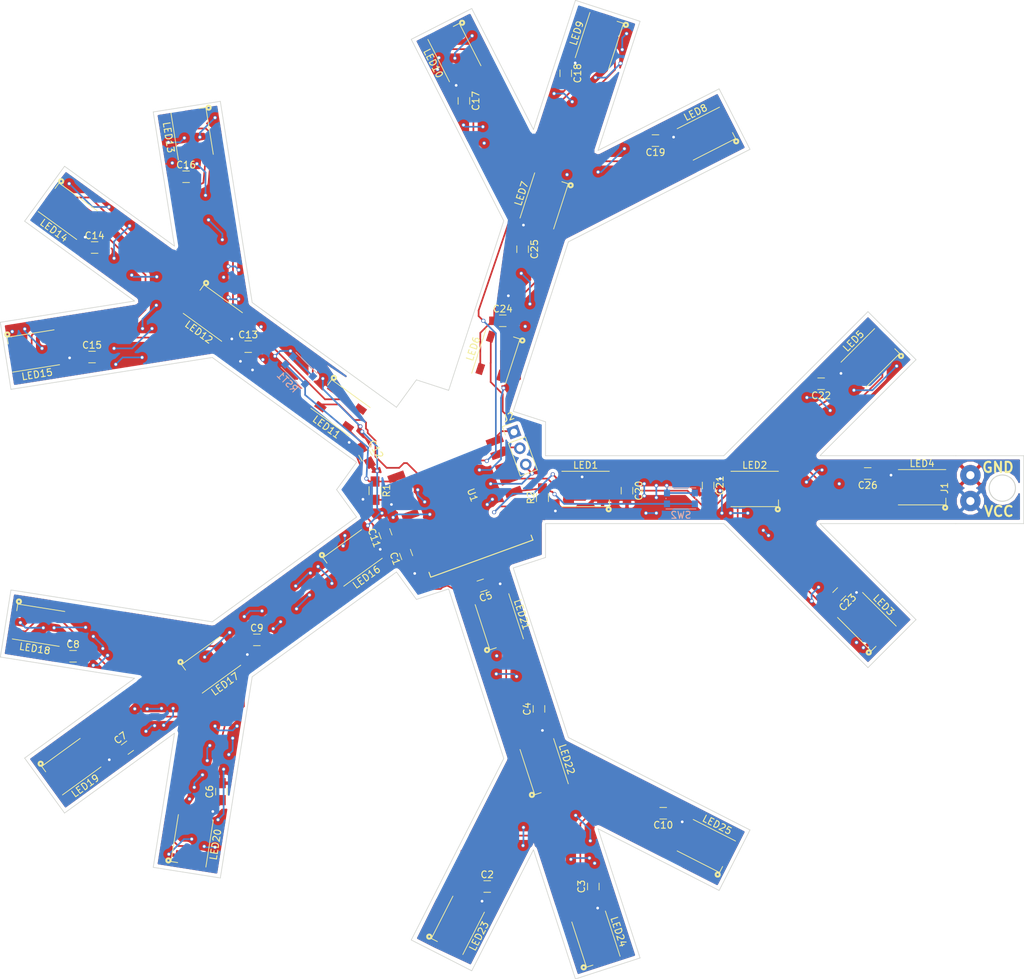
<source format=kicad_pcb>
(kicad_pcb (version 4) (host pcbnew 4.0.7)
  (layers (0 F.Cu signal) (31 B.Cu signal) (34 B.Paste user) (35 F.Paste user) (36 B.SilkS user) (37 F.SilkS user) (38 B.Mask user) (39 F.Mask user) (44 Edge.Cuts user))
  (net 0 "")
  (net 1 GND)
  (net 2 "Net-(LED1-Pad4)")
  (net 3 "Net-(LED1-Pad2)")
  (net 4 "Net-(LED2-Pad2)")
  (net 5 "Net-(LED24-Pad2)")
  (net 6 "Net-(LED3-Pad2)")
  (net 7 "Net-(LED25-Pad2)")
  (net 8 "Net-(LED4-Pad2)")
  (net 9 "Net-(LED5-Pad2)")
  (net 10 "Net-(LED10-Pad4)")
  (net 11 "Net-(LED10-Pad2)")
  (net 12 "Net-(LED11-Pad2)")
  (net 13 "Net-(LED12-Pad2)")
  (net 14 "Net-(LED13-Pad2)")
  (net 15 "Net-(LED14-Pad2)")
  (net 16 "Net-(LED15-Pad2)")
  (net 17 "Net-(LED16-Pad2)")
  (net 18 "Net-(LED17-Pad2)")
  (net 19 "Net-(LED18-Pad2)")
  (net 20 "Net-(LED19-Pad2)")
  (net 21 "Net-(LED20-Pad2)")
  (net 22 "Net-(LED21-Pad2)")
  (net 23 "Net-(LED22-Pad2)")
  (net 24 "Net-(U1-Pad2)")
  (net 25 "Net-(U1-Pad4)")
  (net 26 "Net-(U1-Pad5)")
  (net 27 "Net-(U1-Pad6)")
  (net 28 "Net-(U1-Pad7)")
  (net 29 "Net-(U1-Pad14)")
  (net 30 "Net-(U1-Pad17)")
  (net 31 "Net-(U1-Pad18)")
  (net 32 "Net-(U1-Pad19)")
  (net 33 "Net-(U1-Pad20)")
  (net 34 "Net-(U1-Pad21)")
  (net 35 "Net-(U1-Pad22)")
  (net 36 "Net-(LED6-Pad2)")
  (net 37 "Net-(LED7-Pad2)")
  (net 38 "Net-(LED8-Pad2)")
  (net 39 "Net-(LED23-Pad2)")
  (net 40 VCC)
  (net 41 "Net-(J2-Pad1)")
  (net 42 "Net-(J2-Pad2)")
  (net 43 "Net-(R1-Pad1)")
  (net 44 "Net-(R2-Pad2)")
  (module LED_WS2812B-PLCC4 (layer F.Cu) (at 170.18 38.862 72)
    (fp_text reference LED9 (at 0 -3.5 72) (layer F.SilkS))
    (fp_text value NeoPixel)
    (pad 3 smd rect (at 2.5 1.6 72) (size 1.6 1) (layers F.Cu F.Paste F.Mask) (net 1 GND))
    (pad 4 smd rect (at 2.5 -1.6 72) (size 1.6 1) (layers F.Cu F.Paste F.Mask) (net 38 "Net-(LED8-Pad2)"))
    (pad 2 smd rect (at -2.5 1.6 72) (size 1.6 1) (layers F.Cu F.Paste F.Mask) (net 10 "Net-(LED10-Pad4)"))
    (pad 1 smd rect (at -2.5 -1.6 72) (size 1.6 1) (layers F.Cu F.Paste F.Mask) (net 40 VCC))
  )
  (module ESP8266:ESP-12E_SMD (layer F.Cu) (at 140.97 102.87 20)
    (fp_text reference U1 (at 8.89 6.35 110) (layer F.SilkS))
    (fp_text value ESP-12E hide)
    (pad 1 smd rect (at 0 0 20) (size 2.5 1.1) (drill (offset -0.7 0)) (layers F.Cu F.Paste F.Mask) (net 43 "Net-(R1-Pad1)"))
    (pad 2 smd rect (at 0 2 20) (size 2.5 1.1) (drill (offset -0.7 0)) (layers F.Cu F.Paste F.Mask) (net 24 "Net-(U1-Pad2)"))
    (pad 3 smd rect (at 0 4 20) (size 2.5 1.1) (drill (offset -0.7 0)) (layers F.Cu F.Paste F.Mask) (net 40 VCC))
    (pad 4 smd rect (at 0 6 20) (size 2.5 1.1) (drill (offset -0.7 0)) (layers F.Cu F.Paste F.Mask) (net 25 "Net-(U1-Pad4)"))
    (pad 5 smd rect (at 0 8 20) (size 2.5 1.1) (drill (offset -0.7 0)) (layers F.Cu F.Paste F.Mask) (net 26 "Net-(U1-Pad5)"))
    (pad 6 smd rect (at 0 10 20) (size 2.5 1.1) (drill (offset -0.7 0)) (layers F.Cu F.Paste F.Mask) (net 27 "Net-(U1-Pad6)"))
    (pad 7 smd rect (at 0 12 20) (size 2.5 1.1) (drill (offset -0.7 0)) (layers F.Cu F.Paste F.Mask) (net 28 "Net-(U1-Pad7)"))
    (pad 8 smd rect (at 0 14 20) (size 2.5 1.1) (drill (offset -0.7 0)) (layers F.Cu F.Paste F.Mask) (net 40 VCC))
    (pad 9 smd rect (at 14 14 20) (size 2.5 1.1) (drill (offset 0.7 0)) (layers F.Cu F.Paste F.Mask) (net 1 GND))
    (pad 10 smd rect (at 14 12 20) (size 2.5 1.1) (drill (offset 0.7 0)) (layers F.Cu F.Paste F.Mask) (net 1 GND))
    (pad 11 smd rect (at 14 10 20) (size 2.5 1.1) (drill (offset 0.7 0)) (layers F.Cu F.Paste F.Mask) (net 2 "Net-(LED1-Pad4)"))
    (pad 12 smd rect (at 14 8 20) (size 2.5 1.1) (drill (offset 0.7 0)) (layers F.Cu F.Paste F.Mask) (net 44 "Net-(R2-Pad2)"))
    (pad 13 smd rect (at 14 6 20) (size 2.5 1.1) (drill (offset 0.7 0)) (layers F.Cu F.Paste F.Mask) (net 2 "Net-(LED1-Pad4)"))
    (pad 14 smd rect (at 14 4 20) (size 2.5 1.1) (drill (offset 0.7 0)) (layers F.Cu F.Paste F.Mask) (net 29 "Net-(U1-Pad14)"))
    (pad 15 smd rect (at 14 2 20) (size 2.5 1.1) (drill (offset 0.7 0)) (layers F.Cu F.Paste F.Mask) (net 42 "Net-(J2-Pad2)"))
    (pad 16 smd rect (at 14 0 20) (size 2.5 1.1) (drill (offset 0.7 0)) (layers F.Cu F.Paste F.Mask) (net 41 "Net-(J2-Pad1)"))
    (pad 17 smd rect (at 1.99 15 110) (size 2.5 1.1) (drill (offset -0.7 0)) (layers F.Cu F.Paste F.Mask) (net 30 "Net-(U1-Pad17)"))
    (pad 18 smd rect (at 3.99 15 110) (size 2.5 1.1) (drill (offset -0.7 0)) (layers F.Cu F.Paste F.Mask) (net 31 "Net-(U1-Pad18)"))
    (pad 19 smd rect (at 5.99 15 110) (size 2.5 1.1) (drill (offset -0.7 0)) (layers F.Cu F.Paste F.Mask) (net 32 "Net-(U1-Pad19)"))
    (pad 20 smd rect (at 7.99 15 110) (size 2.5 1.1) (drill (offset -0.7 0)) (layers F.Cu F.Paste F.Mask) (net 33 "Net-(U1-Pad20)"))
    (pad 21 smd rect (at 9.99 15 110) (size 2.5 1.1) (drill (offset -0.7 0)) (layers F.Cu F.Paste F.Mask) (net 34 "Net-(U1-Pad21)"))
    (pad 22 smd rect (at 11.99 15 110) (size 2.5 1.1) (drill (offset -0.7 0)) (layers F.Cu F.Paste F.Mask) (net 35 "Net-(U1-Pad22)"))
  )
  (module Pin_Headers:Pin_Header_Straight_1x03_Pitch2.54mm (layer F.Cu) (at 157.607 96.52 20)
    (fp_text reference J2 (at 0 -2.33 20) (layer F.SilkS))
    (fp_text value Conn_01x03)
    (pad 1 thru_hole rect (at 0 0 20) (size 1.7 1.7) (drill 1) (layers *.Cu *.Mask) (net 41 "Net-(J2-Pad1)"))
    (pad 2 thru_hole oval (at 0 2.54 20) (size 1.7 1.7) (drill 1) (layers *.Cu *.Mask) (net 42 "Net-(J2-Pad2)"))
    (pad 3 thru_hole oval (at 0 5.08 20) (size 1.7 1.7) (drill 1) (layers *.Cu *.Mask) (net 1 GND))
  )
  (module Buttons_Switches_SMD:SW_SPST_KMR2 (layer B.Cu) (at 182.1815 106.299)
    (fp_text reference SW2 (at 0 2.45) (layer B.SilkS) (effects (justify mirror)))
    (fp_text value GP0)
    (pad 1 smd rect (at -2.05 0.8) (size 0.9 1) (layers B.Cu B.Paste B.Mask) (net 44 "Net-(R2-Pad2)"))
    (pad 2 smd rect (at -2.05 -0.8) (size 0.9 1) (layers B.Cu B.Paste B.Mask) (net 1 GND))
    (pad 1 smd rect (at 2.05 0.8) (size 0.9 1) (layers B.Cu B.Paste B.Mask) (net 44 "Net-(R2-Pad2)"))
    (pad 2 smd rect (at 2.05 -0.8) (size 0.9 1) (layers B.Cu B.Paste B.Mask) (net 1 GND))
  )
  (module Buttons_Switches_SMD:SW_SPST_KMR2 (layer B.Cu) (at 125.984 87.4395 315)
    (fp_text reference RST1 (at 0 2.450001 315) (layer B.SilkS) (effects (justify mirror)))
    (fp_text value SW_SPST)
    (pad 1 smd rect (at -2.05 0.8 315) (size 0.9 1) (layers B.Cu B.Paste B.Mask) (net 43 "Net-(R1-Pad1)"))
    (pad 2 smd rect (at -2.05 -0.8 315) (size 0.9 1) (layers B.Cu B.Paste B.Mask) (net 1 GND))
    (pad 1 smd rect (at 2.05 0.8 315) (size 0.9 1) (layers B.Cu B.Paste B.Mask) (net 43 "Net-(R1-Pad1)"))
    (pad 2 smd rect (at 2.05 -0.8 315) (size 0.9 1) (layers B.Cu B.Paste B.Mask) (net 1 GND))
  )
  (module Resistors_SMD:R_0805_HandSoldering (layer F.Cu) (at 161.798 106.172 90)
    (fp_text reference R2 (at 0 -1.7 90) (layer F.SilkS))
    (fp_text value R)
    (pad 1 smd rect (at -1.35 0 90) (size 1.5 1.3) (layers F.Cu F.Paste F.Mask) (net 40 VCC))
    (pad 2 smd rect (at 1.35 0 90) (size 1.5 1.3) (layers F.Cu F.Paste F.Mask) (net 44 "Net-(R2-Pad2)"))
  )
  (module Resistors_SMD:R_0805_HandSoldering (layer F.Cu) (at 137.16 105.156 270)
    (fp_text reference R1 (at 0 -1.7 270) (layer F.SilkS))
    (fp_text value R)
    (pad 1 smd rect (at -1.35 0 270) (size 1.5 1.3) (layers F.Cu F.Paste F.Mask) (net 43 "Net-(R1-Pad1)"))
    (pad 2 smd rect (at 1.35 0 270) (size 1.5 1.3) (layers F.Cu F.Paste F.Mask) (net 40 VCC))
  )
  (module Capacitors_SMD:C_0805_HandSoldering (layer F.Cu) (at 209.677 102.616 180)
    (fp_text reference C26 (at 0 -1.75 180) (layer F.SilkS))
    (fp_text value C)
    (pad 1 smd rect (at -1.25 0 180) (size 1.5 1.25) (layers F.Cu F.Paste F.Mask) (net 40 VCC))
    (pad 2 smd rect (at 1.25 0 180) (size 1.5 1.25) (layers F.Cu F.Paste F.Mask) (net 1 GND))
  )
  (module Capacitors_SMD:C_0805_HandSoldering (layer F.Cu) (at 158.877 69.596 270)
    (fp_text reference C25 (at 0 -1.75 270) (layer F.SilkS))
    (fp_text value C)
    (pad 1 smd rect (at -1.25 0 270) (size 1.5 1.25) (layers F.Cu F.Paste F.Mask) (net 40 VCC))
    (pad 2 smd rect (at 1.25 0 270) (size 1.5 1.25) (layers F.Cu F.Paste F.Mask) (net 1 GND))
  )
  (module Capacitors_SMD:C_0805_HandSoldering (layer F.Cu) (at 155.956 80.137)
    (fp_text reference C24 (at 0 -1.75) (layer F.SilkS))
    (fp_text value C)
    (pad 1 smd rect (at -1.25 0) (size 1.5 1.25) (layers F.Cu F.Paste F.Mask) (net 40 VCC))
    (pad 2 smd rect (at 1.25 0) (size 1.5 1.25) (layers F.Cu F.Paste F.Mask) (net 1 GND))
  )
  (module Capacitors_SMD:C_0805_HandSoldering (layer F.Cu) (at 205.486 120.396 225)
    (fp_text reference C23 (at 0 -1.75 225) (layer F.SilkS))
    (fp_text value C)
    (pad 1 smd rect (at -1.25 0 225) (size 1.5 1.25) (layers F.Cu F.Paste F.Mask) (net 40 VCC))
    (pad 2 smd rect (at 1.25 0 225) (size 1.5 1.25) (layers F.Cu F.Paste F.Mask) (net 1 GND))
  )
  (module Capacitors_SMD:C_0805_HandSoldering (layer F.Cu) (at 202.819 89.408 180)
    (fp_text reference C22 (at 0 -1.75 180) (layer F.SilkS))
    (fp_text value C)
    (pad 1 smd rect (at -1.25 0 180) (size 1.5 1.25) (layers F.Cu F.Paste F.Mask) (net 40 VCC))
    (pad 2 smd rect (at 1.25 0 180) (size 1.5 1.25) (layers F.Cu F.Paste F.Mask) (net 1 GND))
  )
  (module Capacitors_SMD:C_0805_HandSoldering (layer F.Cu) (at 186.182 104.394 270)
    (fp_text reference C21 (at 0 -1.75 270) (layer F.SilkS))
    (fp_text value C)
    (pad 1 smd rect (at -1.25 0 270) (size 1.5 1.25) (layers F.Cu F.Paste F.Mask) (net 40 VCC))
    (pad 2 smd rect (at 1.25 0 270) (size 1.5 1.25) (layers F.Cu F.Paste F.Mask) (net 1 GND))
  )
  (module Capacitors_SMD:C_0805_HandSoldering (layer F.Cu) (at 174.244 105.156 270)
    (fp_text reference C20 (at 0 -1.75 270) (layer F.SilkS))
    (fp_text value C)
    (pad 1 smd rect (at -1.25 0 270) (size 1.5 1.25) (layers F.Cu F.Paste F.Mask) (net 40 VCC))
    (pad 2 smd rect (at 1.25 0 270) (size 1.5 1.25) (layers F.Cu F.Paste F.Mask) (net 1 GND))
  )
  (module Capacitors_SMD:C_0805_HandSoldering (layer F.Cu) (at 178.435 53.594 180)
    (fp_text reference C19 (at 0 -1.75 180) (layer F.SilkS))
    (fp_text value C)
    (pad 1 smd rect (at -1.25 0 180) (size 1.5 1.25) (layers F.Cu F.Paste F.Mask) (net 40 VCC))
    (pad 2 smd rect (at 1.25 0 180) (size 1.5 1.25) (layers F.Cu F.Paste F.Mask) (net 1 GND))
  )
  (module Capacitors_SMD:C_0805_HandSoldering (layer F.Cu) (at 165.227 43.688 270)
    (fp_text reference C18 (at 0 -1.75 270) (layer F.SilkS))
    (fp_text value C)
    (pad 1 smd rect (at -1.25 0 270) (size 1.5 1.25) (layers F.Cu F.Paste F.Mask) (net 40 VCC))
    (pad 2 smd rect (at 1.25 0 270) (size 1.5 1.25) (layers F.Cu F.Paste F.Mask) (net 1 GND))
  )
  (module Capacitors_SMD:C_0805_HandSoldering (layer F.Cu) (at 150.241 47.752 270)
    (fp_text reference C17 (at 0 -1.75 270) (layer F.SilkS))
    (fp_text value C)
    (pad 1 smd rect (at -1.25 0 270) (size 1.5 1.25) (layers F.Cu F.Paste F.Mask) (net 40 VCC))
    (pad 2 smd rect (at 1.25 0 270) (size 1.5 1.25) (layers F.Cu F.Paste F.Mask) (net 1 GND))
  )
  (module Capacitors_SMD:C_0805_HandSoldering (layer F.Cu) (at 109.347 58.928)
    (fp_text reference C16 (at 0 -1.75) (layer F.SilkS))
    (fp_text value C)
    (pad 1 smd rect (at -1.25 0) (size 1.5 1.25) (layers F.Cu F.Paste F.Mask) (net 40 VCC))
    (pad 2 smd rect (at 1.25 0) (size 1.5 1.25) (layers F.Cu F.Paste F.Mask) (net 1 GND))
  )
  (module Capacitors_SMD:C_0805_HandSoldering (layer F.Cu) (at 95.504 85.471)
    (fp_text reference C15 (at 0 -1.75) (layer F.SilkS))
    (fp_text value C)
    (pad 1 smd rect (at -1.25 0) (size 1.5 1.25) (layers F.Cu F.Paste F.Mask) (net 40 VCC))
    (pad 2 smd rect (at 1.25 0) (size 1.5 1.25) (layers F.Cu F.Paste F.Mask) (net 1 GND))
  )
  (module Capacitors_SMD:C_0805_HandSoldering (layer F.Cu) (at 95.885 69.342)
    (fp_text reference C14 (at 0 -1.75) (layer F.SilkS))
    (fp_text value C)
    (pad 1 smd rect (at -1.25 0) (size 1.5 1.25) (layers F.Cu F.Paste F.Mask) (net 40 VCC))
    (pad 2 smd rect (at 1.25 0) (size 1.5 1.25) (layers F.Cu F.Paste F.Mask) (net 1 GND))
  )
  (module Capacitors_SMD:C_0805_HandSoldering (layer F.Cu) (at 118.491 83.947)
    (fp_text reference C13 (at 0 -1.75) (layer F.SilkS))
    (fp_text value C)
    (pad 1 smd rect (at -1.25 0) (size 1.5 1.25) (layers F.Cu F.Paste F.Mask) (net 40 VCC))
    (pad 2 smd rect (at 1.25 0) (size 1.5 1.25) (layers F.Cu F.Paste F.Mask) (net 1 GND))
  )
  (module Capacitors_SMD:C_0805_HandSoldering (layer F.Cu) (at 135.763 99.949 300)
    (fp_text reference C12 (at 0 -1.75 300) (layer F.SilkS))
    (fp_text value C)
    (pad 1 smd rect (at -1.25 0 300) (size 1.5 1.25) (layers F.Cu F.Paste F.Mask) (net 40 VCC))
    (pad 2 smd rect (at 1.25 0 300) (size 1.5 1.25) (layers F.Cu F.Paste F.Mask) (net 1 GND))
  )
  (module Capacitors_SMD:C_0805_HandSoldering (layer F.Cu) (at 138.684 111.506 110)
    (fp_text reference C11 (at 0 -1.75 110) (layer F.SilkS))
    (fp_text value C)
    (pad 1 smd rect (at -1.25 0 110) (size 1.5 1.25) (layers F.Cu F.Paste F.Mask) (net 40 VCC))
    (pad 2 smd rect (at 1.25 0 110) (size 1.5 1.25) (layers F.Cu F.Paste F.Mask) (net 1 GND))
  )
  (module Capacitors_SMD:C_0805_HandSoldering (layer F.Cu) (at 179.578 152.654 180)
    (fp_text reference C10 (at 0 -1.75 180) (layer F.SilkS))
    (fp_text value C)
    (pad 1 smd rect (at -1.25 0 180) (size 1.5 1.25) (layers F.Cu F.Paste F.Mask) (net 40 VCC))
    (pad 2 smd rect (at 1.25 0 180) (size 1.5 1.25) (layers F.Cu F.Paste F.Mask) (net 1 GND))
  )
  (module Capacitors_SMD:C_0805_HandSoldering (layer F.Cu) (at 119.761 127.127)
    (fp_text reference C9 (at 0 -1.75) (layer F.SilkS))
    (fp_text value C)
    (pad 1 smd rect (at -1.25 0) (size 1.5 1.25) (layers F.Cu F.Paste F.Mask) (net 40 VCC))
    (pad 2 smd rect (at 1.25 0) (size 1.5 1.25) (layers F.Cu F.Paste F.Mask) (net 1 GND))
  )
  (module Capacitors_SMD:C_0805_HandSoldering (layer F.Cu) (at 92.71 129.54)
    (fp_text reference C8 (at 0 -1.75) (layer F.SilkS))
    (fp_text value C)
    (pad 1 smd rect (at -1.25 0) (size 1.5 1.25) (layers F.Cu F.Paste F.Mask) (net 40 VCC))
    (pad 2 smd rect (at 1.25 0) (size 1.5 1.25) (layers F.Cu F.Paste F.Mask) (net 1 GND))
  )
  (module Capacitors_SMD:C_0805_HandSoldering (layer F.Cu) (at 100.711 143.002 36)
    (fp_text reference C7 (at 0 -1.75 36) (layer F.SilkS))
    (fp_text value C)
    (pad 1 smd rect (at -1.25 0 36) (size 1.5 1.25) (layers F.Cu F.Paste F.Mask) (net 40 VCC))
    (pad 2 smd rect (at 1.25 0 36) (size 1.5 1.25) (layers F.Cu F.Paste F.Mask) (net 1 GND))
  )
  (module Capacitors_SMD:C_0805_HandSoldering (layer F.Cu) (at 114.554 149.479 90)
    (fp_text reference C6 (at 0 -1.75 90) (layer F.SilkS))
    (fp_text value C)
    (pad 1 smd rect (at -1.25 0 90) (size 1.5 1.25) (layers F.Cu F.Paste F.Mask) (net 40 VCC))
    (pad 2 smd rect (at 1.25 0 90) (size 1.5 1.25) (layers F.Cu F.Paste F.Mask) (net 1 GND))
  )
  (module Capacitors_SMD:C_0805_HandSoldering (layer F.Cu) (at 152.908 119.126 198)
    (fp_text reference C5 (at 0 -1.75 198) (layer F.SilkS))
    (fp_text value C)
    (pad 1 smd rect (at -1.25 0 198) (size 1.5 1.25) (layers F.Cu F.Paste F.Mask) (net 40 VCC))
    (pad 2 smd rect (at 1.25 0 198) (size 1.5 1.25) (layers F.Cu F.Paste F.Mask) (net 1 GND))
  )
  (module Capacitors_SMD:C_0805_HandSoldering (layer F.Cu) (at 161.29 137.287 90)
    (fp_text reference C4 (at 0 -1.75 90) (layer F.SilkS))
    (fp_text value C)
    (pad 1 smd rect (at -1.25 0 90) (size 1.5 1.25) (layers F.Cu F.Paste F.Mask) (net 40 VCC))
    (pad 2 smd rect (at 1.25 0 90) (size 1.5 1.25) (layers F.Cu F.Paste F.Mask) (net 1 GND))
  )
  (module Capacitors_SMD:C_0805_HandSoldering (layer F.Cu) (at 169.291 163.449 90)
    (fp_text reference C3 (at 0 -1.75 90) (layer F.SilkS))
    (fp_text value C)
    (pad 1 smd rect (at -1.25 0 90) (size 1.5 1.25) (layers F.Cu F.Paste F.Mask) (net 40 VCC))
    (pad 2 smd rect (at 1.25 0 90) (size 1.5 1.25) (layers F.Cu F.Paste F.Mask) (net 1 GND))
  )
  (module Capacitors_SMD:C_0805_HandSoldering (layer F.Cu) (at 153.67 163.449)
    (fp_text reference C2 (at 0 -1.75) (layer F.SilkS))
    (fp_text value C)
    (pad 1 smd rect (at -1.25 0) (size 1.5 1.25) (layers F.Cu F.Paste F.Mask) (net 40 VCC))
    (pad 2 smd rect (at 1.25 0) (size 1.5 1.25) (layers F.Cu F.Paste F.Mask) (net 1 GND))
  )
  (module Capacitors_SMD:C_0805_HandSoldering (layer F.Cu) (at 141.732 114.554 110)
    (fp_text reference C1 (at 0 -1.75 110) (layer F.SilkS))
    (fp_text value C)
    (pad 1 smd rect (at -1.25 0 110) (size 1.5 1.25) (layers F.Cu F.Paste F.Mask) (net 40 VCC))
    (pad 2 smd rect (at 1.25 0 110) (size 1.5 1.25) (layers F.Cu F.Paste F.Mask) (net 1 GND))
  )
  (module Wire_Pads:SolderWirePad_2x_1-2mmDrill (layer F.Cu) (at 224.79 104.775 90)
    (fp_text reference J1 (at 0 -3.81 90) (layer F.SilkS))
    (fp_text value Conn_01x02)
    (pad 1 thru_hole circle (at -1.905 0 90) (size 2.99974 2.99974) (drill 1.19888) (layers *.Cu *.Mask) (net 40 VCC))
    (pad 2 thru_hole circle (at 1.905 0 90) (size 2.99974 2.99974) (drill 1.19888) (layers *.Cu *.Mask) (net 1 GND))
  )
  (module custom:LED_WS2812B-PLCC4 (layer F.Cu) (at 185.928 157.48 333)
    (fp_text reference LED25 (at 0 -3.5 333) (layer F.SilkS))
    (fp_text value NeoPixel)
    (pad 3 smd rect (at 2.5 1.6 333) (size 1.6 1) (layers F.Cu F.Paste F.Mask) (net 1 GND))
    (pad 4 smd rect (at 2.5 -1.6 333) (size 1.6 1) (layers F.Cu F.Paste F.Mask) (net 5 "Net-(LED24-Pad2)"))
    (pad 2 smd rect (at -2.5 1.6 333) (size 1.6 1) (layers F.Cu F.Paste F.Mask) (net 7 "Net-(LED25-Pad2)"))
    (pad 1 smd rect (at -2.5 -1.6 333) (size 1.6 1) (layers F.Cu F.Paste F.Mask) (net 40 VCC))
  )
  (module custom:LED_WS2812B-PLCC4 (layer F.Cu) (at 169.672 171.196 288)
    (fp_text reference LED24 (at 0 -3.5 288) (layer F.SilkS))
    (fp_text value NeoPixel)
    (pad 3 smd rect (at 2.5 1.6 288) (size 1.6 1) (layers F.Cu F.Paste F.Mask) (net 1 GND))
    (pad 4 smd rect (at 2.5 -1.6 288) (size 1.6 1) (layers F.Cu F.Paste F.Mask) (net 39 "Net-(LED23-Pad2)"))
    (pad 2 smd rect (at -2.5 1.6 288) (size 1.6 1) (layers F.Cu F.Paste F.Mask) (net 5 "Net-(LED24-Pad2)"))
    (pad 1 smd rect (at -2.5 -1.6 288) (size 1.6 1) (layers F.Cu F.Paste F.Mask) (net 40 VCC))
  )
  (module custom:LED_WS2812B-PLCC4 (layer F.Cu) (at 149.352 169.164 243)
    (fp_text reference LED23 (at 0 -3.5 243) (layer F.SilkS))
    (fp_text value NeoPixel)
    (pad 3 smd rect (at 2.5 1.6 243) (size 1.6 1) (layers F.Cu F.Paste F.Mask) (net 1 GND))
    (pad 4 smd rect (at 2.5 -1.6 243) (size 1.6 1) (layers F.Cu F.Paste F.Mask) (net 23 "Net-(LED22-Pad2)"))
    (pad 2 smd rect (at -2.5 1.6 243) (size 1.6 1) (layers F.Cu F.Paste F.Mask) (net 39 "Net-(LED23-Pad2)"))
    (pad 1 smd rect (at -2.5 -1.6 243) (size 1.6 1) (layers F.Cu F.Paste F.Mask) (net 40 VCC))
  )
  (module custom:LED_WS2812B-PLCC4 (layer F.Cu) (at 162.052 145.796 288)
    (fp_text reference LED22 (at 0 -3.5 288) (layer F.SilkS))
    (fp_text value NeoPixel)
    (pad 3 smd rect (at 2.5 1.6 288) (size 1.6 1) (layers F.Cu F.Paste F.Mask) (net 1 GND))
    (pad 4 smd rect (at 2.5 -1.6 288) (size 1.6 1) (layers F.Cu F.Paste F.Mask) (net 22 "Net-(LED21-Pad2)"))
    (pad 2 smd rect (at -2.5 1.6 288) (size 1.6 1) (layers F.Cu F.Paste F.Mask) (net 23 "Net-(LED22-Pad2)"))
    (pad 1 smd rect (at -2.5 -1.6 288) (size 1.6 1) (layers F.Cu F.Paste F.Mask) (net 40 VCC))
  )
  (module custom:LED_WS2812B-PLCC4 (layer F.Cu) (at 155.448 124.46 288)
    (fp_text reference LED21 (at 0 -3.5 288) (layer F.SilkS))
    (fp_text value NeoPixel)
    (pad 3 smd rect (at 2.5 1.6 288) (size 1.6 1) (layers F.Cu F.Paste F.Mask) (net 1 GND))
    (pad 4 smd rect (at 2.5 -1.6 288) (size 1.6 1) (layers F.Cu F.Paste F.Mask) (net 21 "Net-(LED20-Pad2)"))
    (pad 2 smd rect (at -2.5 1.6 288) (size 1.6 1) (layers F.Cu F.Paste F.Mask) (net 22 "Net-(LED21-Pad2)"))
    (pad 1 smd rect (at -2.5 -1.6 288) (size 1.6 1) (layers F.Cu F.Paste F.Mask) (net 40 VCC))
  )
  (module custom:LED_WS2812B-PLCC4 (layer F.Cu) (at 110.236 156.718 261)
    (fp_text reference LED20 (at 0 -3.5 261) (layer F.SilkS))
    (fp_text value NeoPixel)
    (pad 3 smd rect (at 2.5 1.6 261) (size 1.6 1) (layers F.Cu F.Paste F.Mask) (net 1 GND))
    (pad 4 smd rect (at 2.5 -1.6 261) (size 1.6 1) (layers F.Cu F.Paste F.Mask) (net 20 "Net-(LED19-Pad2)"))
    (pad 2 smd rect (at -2.5 1.6 261) (size 1.6 1) (layers F.Cu F.Paste F.Mask) (net 21 "Net-(LED20-Pad2)"))
    (pad 1 smd rect (at -2.5 -1.6 261) (size 1.6 1) (layers F.Cu F.Paste F.Mask) (net 40 VCC))
  )
  (module custom:LED_WS2812B-PLCC4 (layer F.Cu) (at 92.456 145.796 216)
    (fp_text reference LED19 (at 0 -3.5 216) (layer F.SilkS))
    (fp_text value NeoPixel)
    (pad 3 smd rect (at 2.5 1.6 216) (size 1.6 1) (layers F.Cu F.Paste F.Mask) (net 1 GND))
    (pad 4 smd rect (at 2.5 -1.6 216) (size 1.6 1) (layers F.Cu F.Paste F.Mask) (net 19 "Net-(LED18-Pad2)"))
    (pad 2 smd rect (at -2.5 1.6 216) (size 1.6 1) (layers F.Cu F.Paste F.Mask) (net 20 "Net-(LED19-Pad2)"))
    (pad 1 smd rect (at -2.5 -1.6 216) (size 1.6 1) (layers F.Cu F.Paste F.Mask) (net 40 VCC))
  )
  (module custom:LED_WS2812B-PLCC4 (layer F.Cu) (at 87.63 124.968 171)
    (fp_text reference LED18 (at 0 -3.5 171) (layer F.SilkS))
    (fp_text value NeoPixel)
    (pad 3 smd rect (at 2.5 1.6 171) (size 1.6 1) (layers F.Cu F.Paste F.Mask) (net 1 GND))
    (pad 4 smd rect (at 2.5 -1.6 171) (size 1.6 1) (layers F.Cu F.Paste F.Mask) (net 18 "Net-(LED17-Pad2)"))
    (pad 2 smd rect (at -2.5 1.6 171) (size 1.6 1) (layers F.Cu F.Paste F.Mask) (net 19 "Net-(LED18-Pad2)"))
    (pad 1 smd rect (at -2.5 -1.6 171) (size 1.6 1) (layers F.Cu F.Paste F.Mask) (net 40 VCC))
  )
  (module custom:LED_WS2812B-PLCC4 (layer F.Cu) (at 113.03 130.81 216)
    (fp_text reference LED17 (at 0 -3.5 216) (layer F.SilkS))
    (fp_text value NeoPixel)
    (pad 3 smd rect (at 2.5 1.6 216) (size 1.6 1) (layers F.Cu F.Paste F.Mask) (net 1 GND))
    (pad 4 smd rect (at 2.5 -1.6 216) (size 1.6 1) (layers F.Cu F.Paste F.Mask) (net 17 "Net-(LED16-Pad2)"))
    (pad 2 smd rect (at -2.5 1.6 216) (size 1.6 1) (layers F.Cu F.Paste F.Mask) (net 18 "Net-(LED17-Pad2)"))
    (pad 1 smd rect (at -2.5 -1.6 216) (size 1.6 1) (layers F.Cu F.Paste F.Mask) (net 40 VCC))
  )
  (module custom:LED_WS2812B-PLCC4 (layer F.Cu) (at 133.858 115.062 216)
    (fp_text reference LED16 (at 0 -3.5 216) (layer F.SilkS))
    (fp_text value NeoPixel)
    (pad 3 smd rect (at 2.5 1.6 216) (size 1.6 1) (layers F.Cu F.Paste F.Mask) (net 1 GND))
    (pad 4 smd rect (at 2.5 -1.6 216) (size 1.6 1) (layers F.Cu F.Paste F.Mask) (net 16 "Net-(LED15-Pad2)"))
    (pad 2 smd rect (at -2.5 1.6 216) (size 1.6 1) (layers F.Cu F.Paste F.Mask) (net 17 "Net-(LED16-Pad2)"))
    (pad 1 smd rect (at -2.5 -1.6 216) (size 1.6 1) (layers F.Cu F.Paste F.Mask) (net 40 VCC))
  )
  (module custom:LED_WS2812B-PLCC4 (layer F.Cu) (at 86.868 84.582 189)
    (fp_text reference LED15 (at 0 -3.5 189) (layer F.SilkS))
    (fp_text value NeoPixel)
    (pad 3 smd rect (at 2.5 1.6 189) (size 1.6 1) (layers F.Cu F.Paste F.Mask) (net 1 GND))
    (pad 4 smd rect (at 2.5 -1.6 189) (size 1.6 1) (layers F.Cu F.Paste F.Mask) (net 15 "Net-(LED14-Pad2)"))
    (pad 2 smd rect (at -2.5 1.6 189) (size 1.6 1) (layers F.Cu F.Paste F.Mask) (net 16 "Net-(LED15-Pad2)"))
    (pad 1 smd rect (at -2.5 -1.6 189) (size 1.6 1) (layers F.Cu F.Paste F.Mask) (net 40 VCC))
  )
  (module custom:LED_WS2812B-PLCC4 (layer F.Cu) (at 91.948 64.008 144)
    (fp_text reference LED14 (at 0 -3.5 144) (layer F.SilkS))
    (fp_text value NeoPixel)
    (pad 3 smd rect (at 2.5 1.6 144) (size 1.6 1) (layers F.Cu F.Paste F.Mask) (net 1 GND))
    (pad 4 smd rect (at 2.5 -1.6 144) (size 1.6 1) (layers F.Cu F.Paste F.Mask) (net 14 "Net-(LED13-Pad2)"))
    (pad 2 smd rect (at -2.5 1.6 144) (size 1.6 1) (layers F.Cu F.Paste F.Mask) (net 15 "Net-(LED14-Pad2)"))
    (pad 1 smd rect (at -2.5 -1.6 144) (size 1.6 1) (layers F.Cu F.Paste F.Mask) (net 40 VCC))
  )
  (module custom:LED_WS2812B-PLCC4 (layer F.Cu) (at 110.236 52.578 99)
    (fp_text reference LED13 (at 0 -3.5 99) (layer F.SilkS))
    (fp_text value NeoPixel)
    (pad 3 smd rect (at 2.5 1.6 99) (size 1.6 1) (layers F.Cu F.Paste F.Mask) (net 1 GND))
    (pad 4 smd rect (at 2.5 -1.6 99) (size 1.6 1) (layers F.Cu F.Paste F.Mask) (net 13 "Net-(LED12-Pad2)"))
    (pad 2 smd rect (at -2.5 1.6 99) (size 1.6 1) (layers F.Cu F.Paste F.Mask) (net 14 "Net-(LED13-Pad2)"))
    (pad 1 smd rect (at -2.5 -1.6 99) (size 1.6 1) (layers F.Cu F.Paste F.Mask) (net 40 VCC))
  )
  (module custom:LED_WS2812B-PLCC4 (layer F.Cu) (at 113.284 78.994 144)
    (fp_text reference LED12 (at 0 -3.5 144) (layer F.SilkS))
    (fp_text value NeoPixel)
    (pad 3 smd rect (at 2.5 1.6 144) (size 1.6 1) (layers F.Cu F.Paste F.Mask) (net 1 GND))
    (pad 4 smd rect (at 2.5 -1.6 144) (size 1.6 1) (layers F.Cu F.Paste F.Mask) (net 12 "Net-(LED11-Pad2)"))
    (pad 2 smd rect (at -2.5 1.6 144) (size 1.6 1) (layers F.Cu F.Paste F.Mask) (net 13 "Net-(LED12-Pad2)"))
    (pad 1 smd rect (at -2.5 -1.6 144) (size 1.6 1) (layers F.Cu F.Paste F.Mask) (net 40 VCC))
  )
  (module custom:LED_WS2812B-PLCC4 (layer F.Cu) (at 132.08 92.964 144)
    (fp_text reference LED11 (at 0 -3.5 144) (layer F.SilkS))
    (fp_text value NeoPixel)
    (pad 3 smd rect (at 2.5 1.6 144) (size 1.6 1) (layers F.Cu F.Paste F.Mask) (net 1 GND))
    (pad 4 smd rect (at 2.5 -1.6 144) (size 1.6 1) (layers F.Cu F.Paste F.Mask) (net 11 "Net-(LED10-Pad2)"))
    (pad 2 smd rect (at -2.5 1.6 144) (size 1.6 1) (layers F.Cu F.Paste F.Mask) (net 12 "Net-(LED11-Pad2)"))
    (pad 1 smd rect (at -2.5 -1.6 144) (size 1.6 1) (layers F.Cu F.Paste F.Mask) (net 40 VCC))
  )
  (module custom:LED_WS2812B-PLCC4 (layer F.Cu) (at 148.844 40.64 117)
    (fp_text reference LED10 (at 0 -3.5 117) (layer F.SilkS))
    (fp_text value NeoPixel)
    (pad 3 smd rect (at 2.5 1.6 117) (size 1.6 1) (layers F.Cu F.Paste F.Mask) (net 1 GND))
    (pad 4 smd rect (at 2.5 -1.6 117) (size 1.6 1) (layers F.Cu F.Paste F.Mask) (net 10 "Net-(LED10-Pad4)"))
    (pad 2 smd rect (at -2.5 1.6 117) (size 1.6 1) (layers F.Cu F.Paste F.Mask) (net 11 "Net-(LED10-Pad2)"))
    (pad 1 smd rect (at -2.5 -1.6 117) (size 1.6 1) (layers F.Cu F.Paste F.Mask) (net 40 VCC))
  )
  (module custom:LED_WS2812B-PLCC4 (layer F.Cu) (at 185.928 52.578 27)
    (fp_text reference LED8 (at 0 -3.5 27) (layer F.SilkS))
    (fp_text value NeoPixel)
    (pad 3 smd rect (at 2.5 1.6 27) (size 1.6 1) (layers F.Cu F.Paste F.Mask) (net 1 GND))
    (pad 4 smd rect (at 2.5 -1.6 27) (size 1.6 1) (layers F.Cu F.Paste F.Mask) (net 37 "Net-(LED7-Pad2)"))
    (pad 2 smd rect (at -2.5 1.6 27) (size 1.6 1) (layers F.Cu F.Paste F.Mask) (net 38 "Net-(LED8-Pad2)"))
    (pad 1 smd rect (at -2.5 -1.6 27) (size 1.6 1) (layers F.Cu F.Paste F.Mask) (net 40 VCC))
  )
  (module custom:LED_WS2812B-PLCC4 (layer F.Cu) (at 162.052 62.484 72)
    (fp_text reference LED7 (at 0 -3.5 72) (layer F.SilkS))
    (fp_text value NeoPixel)
    (pad 3 smd rect (at 2.5 1.6 72) (size 1.6 1) (layers F.Cu F.Paste F.Mask) (net 1 GND))
    (pad 4 smd rect (at 2.5 -1.6 72) (size 1.6 1) (layers F.Cu F.Paste F.Mask) (net 36 "Net-(LED6-Pad2)"))
    (pad 2 smd rect (at -2.5 1.6 72) (size 1.6 1) (layers F.Cu F.Paste F.Mask) (net 37 "Net-(LED7-Pad2)"))
    (pad 1 smd rect (at -2.5 -1.6 72) (size 1.6 1) (layers F.Cu F.Paste F.Mask) (net 40 VCC))
  )
  (module custom:LED_WS2812B-PLCC4 (layer F.Cu) (at 154.94 85.344 72)
    (fp_text reference LED6 (at 0 -3.5 72) (layer F.SilkS))
    (fp_text value NeoPixel)
    (pad 3 smd rect (at 2.5 1.6 72) (size 1.6 1) (layers F.Cu F.Paste F.Mask) (net 1 GND))
    (pad 4 smd rect (at 2.5 -1.6 72) (size 1.6 1) (layers F.Cu F.Paste F.Mask) (net 9 "Net-(LED5-Pad2)"))
    (pad 2 smd rect (at -2.5 1.6 72) (size 1.6 1) (layers F.Cu F.Paste F.Mask) (net 36 "Net-(LED6-Pad2)"))
    (pad 1 smd rect (at -2.5 -1.6 72) (size 1.6 1) (layers F.Cu F.Paste F.Mask) (net 40 VCC))
  )
  (module custom:LED_WS2812B-PLCC4 (layer F.Cu) (at 210.058 85.598 45)
    (fp_text reference LED5 (at 0 -3.5 45) (layer F.SilkS))
    (fp_text value NeoPixel)
    (pad 3 smd rect (at 2.5 1.6 45) (size 1.6 1) (layers F.Cu F.Paste F.Mask) (net 1 GND))
    (pad 4 smd rect (at 2.5 -1.6 45) (size 1.6 1) (layers F.Cu F.Paste F.Mask) (net 8 "Net-(LED4-Pad2)"))
    (pad 2 smd rect (at -2.5 1.6 45) (size 1.6 1) (layers F.Cu F.Paste F.Mask) (net 9 "Net-(LED5-Pad2)"))
    (pad 1 smd rect (at -2.5 -1.6 45) (size 1.6 1) (layers F.Cu F.Paste F.Mask) (net 40 VCC))
  )
  (module custom:LED_WS2812B-PLCC4 (layer F.Cu) (at 217.678 104.648)
    (fp_text reference LED4 (at 0 -3.5) (layer F.SilkS))
    (fp_text value NeoPixel)
    (pad 3 smd rect (at 2.5 1.6) (size 1.6 1) (layers F.Cu F.Paste F.Mask) (net 1 GND))
    (pad 4 smd rect (at 2.5 -1.6) (size 1.6 1) (layers F.Cu F.Paste F.Mask) (net 6 "Net-(LED3-Pad2)"))
    (pad 2 smd rect (at -2.5 1.6) (size 1.6 1) (layers F.Cu F.Paste F.Mask) (net 8 "Net-(LED4-Pad2)"))
    (pad 1 smd rect (at -2.5 -1.6) (size 1.6 1) (layers F.Cu F.Paste F.Mask) (net 40 VCC))
  )
  (module custom:LED_WS2812B-PLCC4 (layer F.Cu) (at 193.04 104.902)
    (fp_text reference LED2 (at 0 -3.5) (layer F.SilkS))
    (fp_text value NeoPixel)
    (pad 3 smd rect (at 2.5 1.6) (size 1.6 1) (layers F.Cu F.Paste F.Mask) (net 1 GND))
    (pad 4 smd rect (at 2.5 -1.6) (size 1.6 1) (layers F.Cu F.Paste F.Mask) (net 3 "Net-(LED1-Pad2)"))
    (pad 2 smd rect (at -2.5 1.6) (size 1.6 1) (layers F.Cu F.Paste F.Mask) (net 4 "Net-(LED2-Pad2)"))
    (pad 1 smd rect (at -2.5 -1.6) (size 1.6 1) (layers F.Cu F.Paste F.Mask) (net 40 VCC))
  )
  (module custom:LED_WS2812B-PLCC4 (layer F.Cu) (at 168.148 104.902)
    (fp_text reference LED1 (at 0 -3.5) (layer F.SilkS))
    (fp_text value NeoPixel)
    (pad 3 smd rect (at 2.5 1.6) (size 1.6 1) (layers F.Cu F.Paste F.Mask) (net 1 GND))
    (pad 4 smd rect (at 2.5 -1.6) (size 1.6 1) (layers F.Cu F.Paste F.Mask) (net 2 "Net-(LED1-Pad4)"))
    (pad 2 smd rect (at -2.5 1.6) (size 1.6 1) (layers F.Cu F.Paste F.Mask) (net 3 "Net-(LED1-Pad2)"))
    (pad 1 smd rect (at -2.5 -1.6) (size 1.6 1) (layers F.Cu F.Paste F.Mask) (net 40 VCC))
  )
  (module custom:LED_WS2812B-PLCC4 (layer F.Cu) (at 209.55 124.46 315)
    (fp_text reference LED3 (at 0 -3.5 315) (layer F.SilkS))
    (fp_text value NeoPixel)
    (pad 3 smd rect (at 2.5 1.6 315) (size 1.6 1) (layers F.Cu F.Paste F.Mask) (net 1 GND))
    (pad 4 smd rect (at 2.5 -1.6 315) (size 1.6 1) (layers F.Cu F.Paste F.Mask) (net 4 "Net-(LED2-Pad2)"))
    (pad 2 smd rect (at -2.5 1.6 315) (size 1.6 1) (layers F.Cu F.Paste F.Mask) (net 6 "Net-(LED3-Pad2)"))
    (pad 1 smd rect (at -2.5 -1.6 315) (size 1.6 1) (layers F.Cu F.Paste F.Mask) (net 40 VCC))
  )
  (gr_circle (center 229.489 104.775) (end 231.267 105.537) (layer Edge.Cuts) (width 0.15))
  (gr_text VCC (at 228.981 108.204) (layer F.SilkS) (effects (font (size 1.5 1.5) (thickness 0.3))))
  (gr_text GND (at 228.854 101.727) (layer F.SilkS) (effects (font (size 1.5 1.5) (thickness 0.3))))
  (gr_line (start 232.643236 100.0036) (end 232.643236 110.0036) (layer Edge.Cuts) (width 0.1))
  (gr_line (start 222.643236 110.0036) (end 232.643236 110.0036) (layer Edge.Cuts) (width 0.1))
  (gr_line (start 222.643236 100.0036) (end 232.643236 100.0036) (layer Edge.Cuts) (width 0.1))
  (gr_line (start 165.617062 141.500776) (end 192.347258 155.120491) (layer Edge.Cuts) (width 0.1))
  (gr_line (start 192.347258 155.120491) (end 187.807353 164.030556) (layer Edge.Cuts) (width 0.1))
  (gr_line (start 187.807353 164.030556) (end 169.987223 154.950746) (layer Edge.Cuts) (width 0.1))
  (gr_line (start 169.987223 154.950746) (end 176.167562 173.971876) (layer Edge.Cuts) (width 0.1))
  (gr_line (start 176.167562 173.971876) (end 166.656997 177.062046) (layer Edge.Cuts) (width 0.1))
  (gr_line (start 166.656997 177.062046) (end 160.476657 158.040916) (layer Edge.Cuts) (width 0.1))
  (gr_line (start 160.476657 158.040916) (end 151.396847 175.861046) (layer Edge.Cuts) (width 0.1))
  (gr_line (start 151.396847 175.861046) (end 142.486782 171.321141) (layer Edge.Cuts) (width 0.1))
  (gr_line (start 142.486782 171.321141) (end 156.106497 144.590946) (layer Edge.Cuts) (width 0.1))
  (gr_line (start 156.106497 144.590946) (end 147.995817 119.62884) (layer Edge.Cuts) (width 0.1))
  (gr_line (start 143.247811 121.171561) (end 147.995817 119.62884) (layer Edge.Cuts) (width 0.1))
  (gr_line (start 140.313382 117.132665) (end 143.247811 121.171561) (layer Edge.Cuts) (width 0.1))
  (gr_line (start 140.313382 117.132665) (end 119.079346 132.560095) (layer Edge.Cuts) (width 0.1))
  (gr_line (start 119.079346 132.560095) (end 114.386313 162.190745) (layer Edge.Cuts) (width 0.1))
  (gr_line (start 114.386313 162.190745) (end 104.509429 160.626401) (layer Edge.Cuts) (width 0.1))
  (gr_line (start 104.509429 160.626401) (end 107.638118 140.872634) (layer Edge.Cuts) (width 0.1))
  (gr_line (start 107.638118 140.872634) (end 91.457779 152.628339) (layer Edge.Cuts) (width 0.1))
  (gr_line (start 91.457779 152.628339) (end 85.579926 144.538169) (layer Edge.Cuts) (width 0.1))
  (gr_line (start 85.579926 144.538169) (end 101.760266 132.782464) (layer Edge.Cuts) (width 0.1))
  (gr_line (start 101.760266 132.782464) (end 82.006499 129.653775) (layer Edge.Cuts) (width 0.1))
  (gr_line (start 82.006499 129.653775) (end 83.570844 119.776891) (layer Edge.Cuts) (width 0.1))
  (gr_line (start 83.570844 119.776891) (end 113.201494 124.469925) (layer Edge.Cuts) (width 0.1))
  (gr_line (start 157.506383 116.53867) (end 165.617062 141.500776) (layer Edge.Cuts) (width 0.1))
  (gr_line (start 113.201494 124.469925) (end 134.435529 109.042495) (layer Edge.Cuts) (width 0.1))
  (gr_line (start 209.714303 78.790397) (end 216.785371 85.861464) (layer Edge.Cuts) (width 0.1))
  (gr_line (start 216.785371 85.861464) (end 202.643236 100.0036) (layer Edge.Cuts) (width 0.1))
  (gr_line (start 202.643236 100.0036) (end 222.643236 100.0036) (layer Edge.Cuts) (width 0.1))
  (gr_line (start 222.643236 110.0036) (end 202.643236 110.0036) (layer Edge.Cuts) (width 0.1))
  (gr_line (start 202.643236 110.0036) (end 216.785371 124.145736) (layer Edge.Cuts) (width 0.1))
  (gr_line (start 216.785371 124.145736) (end 209.714303 131.216803) (layer Edge.Cuts) (width 0.1))
  (gr_line (start 209.714303 131.216803) (end 188.5011 110.0036) (layer Edge.Cuts) (width 0.1))
  (gr_line (start 188.5011 110.0036) (end 162.254389 110.0036) (layer Edge.Cuts) (width 0.1))
  (gr_line (start 162.254389 114.995949) (end 162.254389 110.0036) (layer Edge.Cuts) (width 0.1))
  (gr_line (start 157.506383 116.53867) (end 162.254389 114.995949) (layer Edge.Cuts) (width 0.1))
  (gr_line (start 188.5011 100.0036) (end 209.714303 78.790397) (layer Edge.Cuts) (width 0.1))
  (gr_line (start 131.5011 105.0036) (end 134.435529 109.042495) (layer Edge.Cuts) (width 0.1))
  (gr_line (start 134.435529 100.964705) (end 131.5011 105.0036) (layer Edge.Cuts) (width 0.1))
  (gr_line (start 134.435529 100.964705) (end 113.201494 85.537275) (layer Edge.Cuts) (width 0.1))
  (gr_line (start 113.201494 85.537275) (end 83.570844 90.230309) (layer Edge.Cuts) (width 0.1))
  (gr_line (start 83.570844 90.230309) (end 82.006499 80.353425) (layer Edge.Cuts) (width 0.1))
  (gr_line (start 82.006499 80.353425) (end 101.760266 77.224736) (layer Edge.Cuts) (width 0.1))
  (gr_line (start 101.760266 77.224736) (end 85.579926 65.469031) (layer Edge.Cuts) (width 0.1))
  (gr_line (start 85.579926 65.469031) (end 91.457779 57.378861) (layer Edge.Cuts) (width 0.1))
  (gr_line (start 91.457779 57.378861) (end 107.638118 69.134566) (layer Edge.Cuts) (width 0.1))
  (gr_line (start 107.638118 69.134566) (end 104.509429 49.380799) (layer Edge.Cuts) (width 0.1))
  (gr_line (start 104.509429 49.380799) (end 114.386313 47.816455) (layer Edge.Cuts) (width 0.1))
  (gr_line (start 162.254389 100.0036) (end 188.5011 100.0036) (layer Edge.Cuts) (width 0.1))
  (gr_line (start 114.386313 47.816455) (end 119.079346 77.447105) (layer Edge.Cuts) (width 0.1))
  (gr_line (start 162.254389 100.0036) (end 162.254389 95.011251) (layer Edge.Cuts) (width 0.1))
  (gr_line (start 119.079346 77.447105) (end 140.313382 92.874535) (layer Edge.Cuts) (width 0.1))
  (gr_line (start 162.254389 95.011251) (end 157.506383 93.46853) (layer Edge.Cuts) (width 0.1))
  (gr_line (start 143.247811 88.835639) (end 140.313382 92.874535) (layer Edge.Cuts) (width 0.1))
  (gr_line (start 166.656997 32.945154) (end 176.167562 36.035324) (layer Edge.Cuts) (width 0.1))
  (gr_line (start 176.167562 36.035324) (end 169.987223 55.056454) (layer Edge.Cuts) (width 0.1))
  (gr_line (start 169.987223 55.056454) (end 187.807353 45.976644) (layer Edge.Cuts) (width 0.1))
  (gr_line (start 187.807353 45.976644) (end 192.347258 54.886709) (layer Edge.Cuts) (width 0.1))
  (gr_line (start 192.347258 54.886709) (end 165.617062 68.506424) (layer Edge.Cuts) (width 0.1))
  (gr_line (start 165.617062 68.506424) (end 157.506383 93.46853) (layer Edge.Cuts) (width 0.1))
  (gr_line (start 160.476657 51.966284) (end 166.656997 32.945154) (layer Edge.Cuts) (width 0.1))
  (gr_line (start 151.396847 34.146154) (end 160.476657 51.966284) (layer Edge.Cuts) (width 0.1))
  (gr_line (start 147.995817 90.37836) (end 143.247811 88.835639) (layer Edge.Cuts) (width 0.1))
  (gr_line (start 142.486782 38.686059) (end 151.396847 34.146154) (layer Edge.Cuts) (width 0.1))
  (gr_line (start 147.995817 90.37836) (end 156.106497 65.416254) (layer Edge.Cuts) (width 0.1))
  (gr_line (start 156.106497 65.416254) (end 142.486782 38.686059) (layer Edge.Cuts) (width 0.1))
  (segment (start 125.100117 89.454754) (end 125.713254 89.454754) (width 0.25) (layer F.Cu) (net 0))
  (segment (start 125.713254 89.454754) (end 126.3015 90.043) (width 0.25) (layer F.Cu) (net 0))
  (segment (start 128.3335 88.3285) (end 127.999254 87.994254) (width 0.25) (layer F.Cu) (net 0))
  (segment (start 127.999254 87.994254) (end 127.999254 86.555617) (width 0.25) (layer F.Cu) (net 0))
  (segment (start 117.094 76.962) (end 117.094 72.644) (width 0.25) (layer F.Cu) (net 1))
  (via (at 115.57 72.136) (size 0.6) (drill 0.4) (layers F.Cu B.Cu) (net 1))
  (segment (start 116.586 72.136) (end 115.57 72.136) (width 0.25) (layer B.Cu) (net 1))
  (segment (start 117.094 72.644) (end 116.586 72.136) (width 0.25) (layer B.Cu) (net 1))
  (via (at 117.094 72.644) (size 0.6) (drill 0.4) (layers F.Cu B.Cu) (net 1))
  (segment (start 112.201914 76.23011) (end 115.09211 76.23011) (width 0.25) (layer F.Cu) (net 1))
  (via (at 120.396 81.026) (size 0.6) (drill 0.4) (layers F.Cu B.Cu) (net 1))
  (segment (start 120.396 80.264) (end 120.396 81.026) (width 0.25) (layer F.Cu) (net 1))
  (segment (start 117.094 76.962) (end 120.396 80.264) (width 0.25) (layer F.Cu) (net 1))
  (via (at 117.094 76.962) (size 0.6) (drill 0.4) (layers F.Cu B.Cu) (net 1))
  (segment (start 115.824 76.962) (end 117.094 76.962) (width 0.25) (layer B.Cu) (net 1))
  (segment (start 115.57 76.708) (end 115.824 76.962) (width 0.25) (layer B.Cu) (net 1))
  (via (at 115.57 76.708) (size 0.6) (drill 0.4) (layers F.Cu B.Cu) (net 1))
  (segment (start 115.09211 76.23011) (end 115.57 76.708) (width 0.25) (layer F.Cu) (net 1))
  (segment (start 119.741 83.947) (end 119.741 84.943) (width 0.25) (layer F.Cu) (net 1))
  (segment (start 123.19 84.582) (end 122.428 85.344) (width 0.25) (layer B.Cu) (net 1))
  (via (at 122.428 85.344) (size 0.6) (drill 0.4) (layers F.Cu B.Cu) (net 1))
  (segment (start 122.428 85.344) (end 121.92 85.852) (width 0.25) (layer F.Cu) (net 1))
  (segment (start 121.92 85.852) (end 120.65 85.852) (width 0.25) (layer F.Cu) (net 1))
  (via (at 120.65 85.852) (size 0.6) (drill 0.4) (layers F.Cu B.Cu) (net 1))
  (segment (start 124.714 84.582) (end 125.100117 84.968117) (width 0.25) (layer B.Cu) (net 1))
  (via (at 124.714 84.582) (size 0.6) (drill 0.4) (layers F.Cu B.Cu) (net 1))
  (segment (start 124.714 84.582) (end 123.19 84.582) (width 0.25) (layer B.Cu) (net 1))
  (segment (start 119.741 84.943) (end 120.65 85.852) (width 0.25) (layer F.Cu) (net 1))
  (segment (start 125.100117 85.424246) (end 125.100117 84.968117) (width 0.25) (layer B.Cu) (net 1))
  (segment (start 127.999254 88.323383) (end 125.100117 85.424246) (width 0.25) (layer B.Cu) (net 1))
  (segment (start 186.182 105.644) (end 187.472 105.644) (width 0.25) (layer F.Cu) (net 1))
  (via (at 208.026 127.508) (size 0.6) (drill 0.4) (layers F.Cu B.Cu) (net 1))
  (segment (start 207.518 127.508) (end 208.026 127.508) (width 0.25) (layer F.Cu) (net 1))
  (segment (start 201.422 121.412) (end 207.518 127.508) (width 0.25) (layer F.Cu) (net 1))
  (via (at 201.422 121.412) (size 0.6) (drill 0.4) (layers F.Cu B.Cu) (net 1))
  (segment (start 201.422 120.396) (end 201.422 121.412) (width 0.25) (layer B.Cu) (net 1))
  (segment (start 202.438 119.38) (end 201.422 120.396) (width 0.25) (layer B.Cu) (net 1))
  (via (at 202.438 119.38) (size 0.6) (drill 0.4) (layers F.Cu B.Cu) (net 1))
  (segment (start 202.438 119.126) (end 202.438 119.38) (width 0.25) (layer F.Cu) (net 1))
  (segment (start 195.072 111.76) (end 202.438 119.126) (width 0.25) (layer F.Cu) (net 1))
  (via (at 195.072 111.76) (size 0.6) (drill 0.4) (layers F.Cu B.Cu) (net 1))
  (segment (start 194.31 110.998) (end 195.072 111.76) (width 0.25) (layer B.Cu) (net 1))
  (via (at 194.31 110.998) (size 0.6) (drill 0.4) (layers F.Cu B.Cu) (net 1))
  (segment (start 194.31 110.744) (end 194.31 110.998) (width 0.25) (layer F.Cu) (net 1))
  (segment (start 192.024 108.458) (end 194.31 110.744) (width 0.25) (layer F.Cu) (net 1))
  (via (at 192.024 108.458) (size 0.6) (drill 0.4) (layers F.Cu B.Cu) (net 1))
  (segment (start 189.484 108.458) (end 192.024 108.458) (width 0.25) (layer B.Cu) (net 1))
  (via (at 189.484 108.458) (size 0.6) (drill 0.4) (layers F.Cu B.Cu) (net 1))
  (segment (start 188.214 108.458) (end 189.484 108.458) (width 0.25) (layer F.Cu) (net 1))
  (via (at 188.214 108.458) (size 0.6) (drill 0.4) (layers F.Cu B.Cu) (net 1))
  (segment (start 188.214 105.41) (end 188.214 108.458) (width 0.25) (layer B.Cu) (net 1))
  (segment (start 187.96 105.156) (end 188.214 105.41) (width 0.25) (layer B.Cu) (net 1))
  (via (at 187.96 105.156) (size 0.6) (drill 0.4) (layers F.Cu B.Cu) (net 1))
  (segment (start 187.472 105.644) (end 187.96 105.156) (width 0.25) (layer F.Cu) (net 1))
  (segment (start 195.54 106.502) (end 198.044 106.502) (width 0.25) (layer F.Cu) (net 1))
  (via (at 205.486 104.14) (size 0.6) (drill 0.4) (layers F.Cu B.Cu) (net 1))
  (segment (start 204.978 104.14) (end 205.486 104.14) (width 0.25) (layer F.Cu) (net 1))
  (segment (start 202.946 102.108) (end 204.978 104.14) (width 0.25) (layer F.Cu) (net 1))
  (via (at 202.946 102.108) (size 0.6) (drill 0.4) (layers F.Cu B.Cu) (net 1))
  (segment (start 202.438 102.108) (end 202.946 102.108) (width 0.25) (layer B.Cu) (net 1))
  (segment (start 200.66 103.886) (end 202.438 102.108) (width 0.25) (layer B.Cu) (net 1))
  (via (at 200.66 103.886) (size 0.6) (drill 0.4) (layers F.Cu B.Cu) (net 1))
  (segment (start 198.044 106.502) (end 200.66 103.886) (width 0.25) (layer F.Cu) (net 1))
  (segment (start 159.344462 101.293639) (end 159.344462 101.686462) (width 0.25) (layer F.Cu) (net 1))
  (segment (start 159.344462 101.686462) (end 160.274 102.616) (width 0.25) (layer F.Cu) (net 1))
  (via (at 160.274 102.616) (size 0.6) (drill 0.4) (layers F.Cu B.Cu) (net 1))
  (segment (start 160.274 102.616) (end 158.75 104.14) (width 0.25) (layer B.Cu) (net 1))
  (segment (start 158.75 104.14) (end 154.178 104.14) (width 0.25) (layer B.Cu) (net 1))
  (via (at 154.178 104.14) (size 0.6) (drill 0.4) (layers F.Cu B.Cu) (net 1))
  (segment (start 154.178 104.14) (end 154.432 104.394) (width 0.25) (layer F.Cu) (net 1))
  (segment (start 154.432 104.394) (end 154.432 106.426) (width 0.25) (layer F.Cu) (net 1))
  (via (at 154.432 106.426) (size 0.6) (drill 0.4) (layers F.Cu B.Cu) (net 1))
  (segment (start 154.432 106.426) (end 153.67 107.188) (width 0.25) (layer B.Cu) (net 1))
  (via (at 153.67 107.188) (size 0.6) (drill 0.4) (layers F.Cu B.Cu) (net 1))
  (segment (start 180.086 104.394) (end 178.562 104.394) (width 0.25) (layer F.Cu) (net 1))
  (segment (start 180.1315 104.4395) (end 180.086 104.394) (width 0.25) (layer B.Cu) (net 1))
  (via (at 180.086 104.394) (size 0.6) (drill 0.4) (layers F.Cu B.Cu) (net 1))
  (segment (start 180.1315 105.499) (end 180.1315 104.4395) (width 0.25) (layer B.Cu) (net 1))
  (via (at 176.784 104.14) (size 0.6) (drill 0.4) (layers F.Cu B.Cu) (net 1))
  (segment (start 176.784 105.918) (end 176.784 104.14) (width 0.25) (layer B.Cu) (net 1))
  (via (at 176.784 105.918) (size 0.6) (drill 0.4) (layers F.Cu B.Cu) (net 1))
  (segment (start 176.784 108.204) (end 176.784 105.918) (width 0.25) (layer F.Cu) (net 1))
  (segment (start 177.038 108.458) (end 176.784 108.204) (width 0.25) (layer F.Cu) (net 1))
  (via (at 177.038 108.458) (size 0.6) (drill 0.4) (layers F.Cu B.Cu) (net 1))
  (segment (start 178.562 108.458) (end 177.038 108.458) (width 0.25) (layer B.Cu) (net 1))
  (via (at 178.562 108.458) (size 0.6) (drill 0.4) (layers F.Cu B.Cu) (net 1))
  (segment (start 178.562 106.172) (end 178.562 108.458) (width 0.25) (layer F.Cu) (net 1))
  (via (at 178.562 106.172) (size 0.6) (drill 0.4) (layers F.Cu B.Cu) (net 1))
  (segment (start 178.562 104.394) (end 178.562 106.172) (width 0.25) (layer B.Cu) (net 1))
  (via (at 178.562 104.394) (size 0.6) (drill 0.4) (layers F.Cu B.Cu) (net 1))
  (segment (start 184.2315 105.499) (end 180.1315 105.499) (width 0.25) (layer B.Cu) (net 1))
  (segment (start 210.186396 127.359138) (end 209.952862 127.359138) (width 0.25) (layer F.Cu) (net 1))
  (segment (start 209.952862 127.359138) (end 209.042 128.27) (width 0.25) (layer F.Cu) (net 1))
  (via (at 209.042 128.27) (size 0.6) (drill 0.4) (layers F.Cu B.Cu) (net 1))
  (segment (start 137.4775 102.235) (end 137.4775 107.7595) (width 0.25) (layer B.Cu) (net 1))
  (segment (start 137.4775 107.7595) (end 138.176 108.458) (width 0.25) (layer B.Cu) (net 1))
  (segment (start 128.016 88.3285) (end 128.3335 88.3285) (width 0.25) (layer B.Cu) (net 1))
  (segment (start 137.4775 102.235) (end 137.4775 98.679) (width 0.25) (layer B.Cu) (net 1))
  (via (at 129.4765 88.646) (size 0.6) (drill 0.4) (layers F.Cu B.Cu) (net 1))
  (segment (start 129.4765 90.17) (end 129.4765 88.646) (width 0.25) (layer B.Cu) (net 1))
  (segment (start 135.001 95.6945) (end 129.4765 90.17) (width 0.25) (layer B.Cu) (net 1))
  (via (at 135.001 95.6945) (size 0.6) (drill 0.4) (layers F.Cu B.Cu) (net 1))
  (segment (start 135.001 96.2025) (end 135.001 95.6945) (width 0.25) (layer F.Cu) (net 1))
  (segment (start 135.255 96.4565) (end 135.001 96.2025) (width 0.25) (layer F.Cu) (net 1))
  (via (at 135.255 96.4565) (size 0.6) (drill 0.4) (layers F.Cu B.Cu) (net 1))
  (segment (start 137.4775 98.679) (end 135.255 96.4565) (width 0.25) (layer B.Cu) (net 1))
  (segment (start 119.741 83.947) (end 119.741 84.3715) (width 0.25) (layer F.Cu) (net 1))
  (segment (start 161.29 136.037) (end 161.29 135.8265) (width 0.25) (layer F.Cu) (net 1))
  (segment (start 161.29 135.8265) (end 157.988 132.5245) (width 0.25) (layer F.Cu) (net 1))
  (via (at 157.988 132.5245) (size 0.6) (drill 0.4) (layers F.Cu B.Cu) (net 1))
  (segment (start 157.988 132.5245) (end 157.607 132.1435) (width 0.25) (layer B.Cu) (net 1))
  (segment (start 157.607 132.1435) (end 155.0035 132.1435) (width 0.25) (layer B.Cu) (net 1))
  (via (at 155.0035 132.1435) (size 0.6) (drill 0.4) (layers F.Cu B.Cu) (net 1))
  (segment (start 155.0035 132.1435) (end 155.067 132.08) (width 0.25) (layer F.Cu) (net 1))
  (segment (start 155.067 132.08) (end 155.067 129.4765) (width 0.25) (layer F.Cu) (net 1))
  (via (at 155.067 129.4765) (size 0.6) (drill 0.4) (layers F.Cu B.Cu) (net 1))
  (segment (start 154.92 163.449) (end 154.92 161.437) (width 0.25) (layer F.Cu) (net 1))
  (via (at 168.7195 159.258) (size 0.6) (drill 0.4) (layers F.Cu B.Cu) (net 1))
  (segment (start 166.1795 159.258) (end 168.7195 159.258) (width 0.25) (layer B.Cu) (net 1))
  (segment (start 165.989 159.4485) (end 166.1795 159.258) (width 0.25) (layer B.Cu) (net 1))
  (via (at 165.989 159.4485) (size 0.6) (drill 0.4) (layers F.Cu B.Cu) (net 1))
  (segment (start 165.989 158.4325) (end 165.989 159.4485) (width 0.25) (layer F.Cu) (net 1))
  (segment (start 162.1155 154.559) (end 165.989 158.4325) (width 0.25) (layer F.Cu) (net 1))
  (segment (start 159.1945 154.559) (end 162.1155 154.559) (width 0.25) (layer F.Cu) (net 1))
  (segment (start 159.004 154.7495) (end 159.1945 154.559) (width 0.25) (layer F.Cu) (net 1))
  (via (at 159.004 154.7495) (size 0.6) (drill 0.4) (layers F.Cu B.Cu) (net 1))
  (segment (start 159.004 157.353) (end 159.004 154.7495) (width 0.25) (layer B.Cu) (net 1))
  (segment (start 158.9405 157.4165) (end 159.004 157.353) (width 0.25) (layer B.Cu) (net 1))
  (via (at 158.9405 157.4165) (size 0.6) (drill 0.4) (layers F.Cu B.Cu) (net 1))
  (segment (start 154.92 161.437) (end 158.9405 157.4165) (width 0.25) (layer F.Cu) (net 1))
  (segment (start 178.328 152.654) (end 176.0855 152.654) (width 0.25) (layer F.Cu) (net 1))
  (via (at 169.4815 160.02) (size 0.6) (drill 0.4) (layers F.Cu B.Cu) (net 1))
  (segment (start 169.4815 157.353) (end 169.4815 160.02) (width 0.25) (layer F.Cu) (net 1))
  (segment (start 168.8465 156.718) (end 169.4815 157.353) (width 0.25) (layer F.Cu) (net 1))
  (via (at 168.8465 156.718) (size 0.6) (drill 0.4) (layers F.Cu B.Cu) (net 1))
  (segment (start 168.8465 155.1305) (end 168.8465 156.718) (width 0.25) (layer B.Cu) (net 1))
  (segment (start 166.6875 152.9715) (end 168.8465 155.1305) (width 0.25) (layer B.Cu) (net 1))
  (via (at 166.6875 152.9715) (size 0.6) (drill 0.4) (layers F.Cu B.Cu) (net 1))
  (segment (start 168.0845 151.5745) (end 166.6875 152.9715) (width 0.25) (layer F.Cu) (net 1))
  (segment (start 175.006 151.5745) (end 168.0845 151.5745) (width 0.25) (layer F.Cu) (net 1))
  (segment (start 176.0855 152.654) (end 175.006 151.5745) (width 0.25) (layer F.Cu) (net 1))
  (segment (start 212.957138 84.961604) (end 212.957138 85.830138) (width 0.25) (layer F.Cu) (net 1))
  (via (at 200.7235 91.44) (size 0.6) (drill 0.4) (layers F.Cu B.Cu) (net 1))
  (segment (start 202.2475 91.44) (end 200.7235 91.44) (width 0.25) (layer B.Cu) (net 1))
  (segment (start 204.1525 93.345) (end 202.2475 91.44) (width 0.25) (layer B.Cu) (net 1))
  (via (at 204.1525 93.345) (size 0.6) (drill 0.4) (layers F.Cu B.Cu) (net 1))
  (segment (start 204.6605 93.345) (end 204.1525 93.345) (width 0.25) (layer F.Cu) (net 1))
  (segment (start 207.645 90.3605) (end 204.6605 93.345) (width 0.25) (layer F.Cu) (net 1))
  (via (at 207.645 90.3605) (size 0.6) (drill 0.4) (layers F.Cu B.Cu) (net 1))
  (segment (start 210.3755 90.3605) (end 207.645 90.3605) (width 0.25) (layer B.Cu) (net 1))
  (segment (start 213.9315 86.8045) (end 210.3755 90.3605) (width 0.25) (layer B.Cu) (net 1))
  (via (at 213.9315 86.8045) (size 0.6) (drill 0.4) (layers F.Cu B.Cu) (net 1))
  (segment (start 212.957138 85.830138) (end 213.9315 86.8045) (width 0.25) (layer F.Cu) (net 1))
  (segment (start 157.234233 83.460786) (end 157.882786 83.460786) (width 0.25) (layer F.Cu) (net 1))
  (via (at 152.527 102.108) (size 0.6) (drill 0.4) (layers F.Cu B.Cu) (net 1))
  (segment (start 154.1145 102.108) (end 152.527 102.108) (width 0.25) (layer B.Cu) (net 1))
  (segment (start 155.702 100.5205) (end 154.1145 102.108) (width 0.25) (layer B.Cu) (net 1))
  (segment (start 155.702 91.5035) (end 155.702 100.5205) (width 0.25) (layer B.Cu) (net 1))
  (segment (start 156.083 90.043) (end 155.702 91.5035) (width 0.25) (layer B.Cu) (net 1))
  (via (at 156.083 90.043) (size 0.6) (drill 0.4) (layers F.Cu B.Cu) (net 1))
  (segment (start 158.496 88.7095) (end 156.083 90.043) (width 0.25) (layer F.Cu) (net 1))
  (segment (start 158.496 84.074) (end 158.496 88.7095) (width 0.25) (layer F.Cu) (net 1))
  (segment (start 157.882786 83.460786) (end 158.496 84.074) (width 0.25) (layer F.Cu) (net 1))
  (segment (start 158.877 70.846) (end 158.877 72.9615) (width 0.25) (layer F.Cu) (net 1))
  (via (at 159.258 80.9625) (size 0.6) (drill 0.4) (layers F.Cu B.Cu) (net 1))
  (segment (start 159.258 78.359) (end 159.258 80.9625) (width 0.25) (layer F.Cu) (net 1))
  (segment (start 159.9565 77.6605) (end 159.258 78.359) (width 0.25) (layer F.Cu) (net 1))
  (via (at 159.9565 77.6605) (size 0.6) (drill 0.4) (layers F.Cu B.Cu) (net 1))
  (segment (start 159.9565 74.422) (end 159.9565 77.6605) (width 0.25) (layer B.Cu) (net 1))
  (segment (start 158.6865 73.152) (end 159.9565 74.422) (width 0.25) (layer B.Cu) (net 1))
  (via (at 158.6865 73.152) (size 0.6) (drill 0.4) (layers F.Cu B.Cu) (net 1))
  (segment (start 158.877 72.9615) (end 158.6865 73.152) (width 0.25) (layer F.Cu) (net 1))
  (segment (start 177.185 53.594) (end 175.0695 53.594) (width 0.25) (layer F.Cu) (net 1))
  (via (at 165.4175 58.6105) (size 0.6) (drill 0.4) (layers F.Cu B.Cu) (net 1))
  (segment (start 169.6085 58.6105) (end 165.4175 58.6105) (width 0.25) (layer F.Cu) (net 1))
  (segment (start 169.9895 58.2295) (end 169.6085 58.6105) (width 0.25) (layer F.Cu) (net 1))
  (via (at 169.9895 58.2295) (size 0.6) (drill 0.4) (layers F.Cu B.Cu) (net 1))
  (segment (start 170.434 58.2295) (end 169.9895 58.2295) (width 0.25) (layer B.Cu) (net 1))
  (segment (start 173.863 54.8005) (end 170.434 58.2295) (width 0.25) (layer B.Cu) (net 1))
  (via (at 173.863 54.8005) (size 0.6) (drill 0.4) (layers F.Cu B.Cu) (net 1))
  (segment (start 175.0695 53.594) (end 173.863 54.8005) (width 0.25) (layer F.Cu) (net 1))
  (segment (start 172.474233 36.978786) (end 173.313286 36.978786) (width 0.25) (layer F.Cu) (net 1))
  (via (at 163.5125 46.6725) (size 0.6) (drill 0.4) (layers F.Cu B.Cu) (net 1))
  (segment (start 164.973 46.6725) (end 163.5125 46.6725) (width 0.25) (layer B.Cu) (net 1))
  (segment (start 166.1795 47.879) (end 164.973 46.6725) (width 0.25) (layer B.Cu) (net 1))
  (via (at 166.1795 47.879) (size 0.6) (drill 0.4) (layers F.Cu B.Cu) (net 1))
  (segment (start 166.1795 47.752) (end 166.1795 47.879) (width 0.25) (layer F.Cu) (net 1))
  (segment (start 169.6085 44.323) (end 166.1795 47.752) (width 0.25) (layer F.Cu) (net 1))
  (via (at 169.6085 44.323) (size 0.6) (drill 0.4) (layers F.Cu B.Cu) (net 1))
  (segment (start 171.196 44.323) (end 169.6085 44.323) (width 0.25) (layer B.Cu) (net 1))
  (segment (start 173.2915 42.2275) (end 171.196 44.323) (width 0.25) (layer B.Cu) (net 1))
  (via (at 173.2915 42.2275) (size 0.6) (drill 0.4) (layers F.Cu B.Cu) (net 1))
  (segment (start 173.2915 40.4495) (end 173.2915 42.2275) (width 0.25) (layer F.Cu) (net 1))
  (segment (start 173.5455 40.1955) (end 173.2915 40.4495) (width 0.25) (layer F.Cu) (net 1))
  (via (at 173.5455 40.1955) (size 0.6) (drill 0.4) (layers F.Cu B.Cu) (net 1))
  (segment (start 173.5455 38.481) (end 173.5455 40.1955) (width 0.25) (layer B.Cu) (net 1))
  (segment (start 174.1805 37.846) (end 173.5455 38.481) (width 0.25) (layer B.Cu) (net 1))
  (via (at 174.1805 37.846) (size 0.6) (drill 0.4) (layers F.Cu B.Cu) (net 1))
  (segment (start 173.313286 36.978786) (end 174.1805 37.846) (width 0.25) (layer F.Cu) (net 1))
  (segment (start 150.241 49.002) (end 150.241 51.2445) (width 0.25) (layer F.Cu) (net 1))
  (via (at 153.2255 53.975) (size 0.6) (drill 0.4) (layers F.Cu B.Cu) (net 1))
  (segment (start 153.2255 51.7525) (end 153.2255 53.975) (width 0.25) (layer F.Cu) (net 1))
  (segment (start 153.035 51.562) (end 153.2255 51.7525) (width 0.25) (layer F.Cu) (net 1))
  (via (at 153.035 51.562) (size 0.6) (drill 0.4) (layers F.Cu B.Cu) (net 1))
  (segment (start 150.4315 51.562) (end 153.035 51.562) (width 0.25) (layer B.Cu) (net 1))
  (segment (start 150.1775 51.308) (end 150.4315 51.562) (width 0.25) (layer B.Cu) (net 1))
  (via (at 150.1775 51.308) (size 0.6) (drill 0.4) (layers F.Cu B.Cu) (net 1))
  (segment (start 150.241 51.2445) (end 150.1775 51.308) (width 0.25) (layer F.Cu) (net 1))
  (segment (start 149.134634 37.686099) (end 150.970099 37.686099) (width 0.25) (layer F.Cu) (net 1))
  (segment (start 146.3675 43.1165) (end 146.4945 43.1165) (width 0.25) (layer F.Cu) (net 1))
  (via (at 146.3675 43.1165) (size 0.6) (drill 0.4) (layers F.Cu B.Cu) (net 1))
  (segment (start 146.3675 41.5925) (end 146.3675 43.1165) (width 0.25) (layer B.Cu) (net 1))
  (segment (start 146.558 41.402) (end 146.3675 41.5925) (width 0.25) (layer B.Cu) (net 1))
  (via (at 146.558 41.402) (size 0.6) (drill 0.4) (layers F.Cu B.Cu) (net 1))
  (segment (start 148.844 41.402) (end 146.558 41.402) (width 0.25) (layer F.Cu) (net 1))
  (segment (start 148.9075 41.4655) (end 148.844 41.402) (width 0.25) (layer F.Cu) (net 1))
  (via (at 148.9075 41.4655) (size 0.6) (drill 0.4) (layers F.Cu B.Cu) (net 1))
  (segment (start 148.9075 40.7035) (end 148.9075 41.4655) (width 0.25) (layer B.Cu) (net 1))
  (segment (start 151.4475 38.1635) (end 148.9075 40.7035) (width 0.25) (layer B.Cu) (net 1))
  (via (at 151.4475 38.1635) (size 0.6) (drill 0.4) (layers F.Cu B.Cu) (net 1))
  (segment (start 150.970099 37.686099) (end 151.4475 38.1635) (width 0.25) (layer F.Cu) (net 1))
  (segment (start 96.754 85.471) (end 96.754 84.308) (width 0.25) (layer F.Cu) (net 1))
  (via (at 83.7565 81.7245) (size 0.6) (drill 0.4) (layers F.Cu B.Cu) (net 1))
  (segment (start 85.217 81.7245) (end 83.7565 81.7245) (width 0.25) (layer F.Cu) (net 1))
  (segment (start 85.598 81.3435) (end 85.217 81.7245) (width 0.25) (layer F.Cu) (net 1))
  (via (at 85.598 81.3435) (size 0.6) (drill 0.4) (layers F.Cu B.Cu) (net 1))
  (segment (start 85.598 81.661) (end 85.598 81.3435) (width 0.25) (layer B.Cu) (net 1))
  (segment (start 88.138 84.201) (end 85.598 81.661) (width 0.25) (layer B.Cu) (net 1))
  (via (at 88.138 84.201) (size 0.6) (drill 0.4) (layers F.Cu B.Cu) (net 1))
  (segment (start 96.647 84.201) (end 88.138 84.201) (width 0.25) (layer F.Cu) (net 1))
  (segment (start 96.754 84.308) (end 96.647 84.201) (width 0.25) (layer F.Cu) (net 1))
  (segment (start 90.865914 61.24411) (end 90.865914 61.216586) (width 0.25) (layer F.Cu) (net 1))
  (segment (start 90.865914 61.216586) (end 92.1385 59.944) (width 0.25) (layer F.Cu) (net 1))
  (via (at 92.1385 59.944) (size 0.6) (drill 0.4) (layers F.Cu B.Cu) (net 1))
  (segment (start 92.1385 59.944) (end 95.5675 63.373) (width 0.25) (layer B.Cu) (net 1))
  (segment (start 95.5675 63.373) (end 97.9805 63.373) (width 0.25) (layer B.Cu) (net 1))
  (via (at 97.9805 63.373) (size 0.6) (drill 0.4) (layers F.Cu B.Cu) (net 1))
  (segment (start 97.9805 63.373) (end 100.7745 66.167) (width 0.25) (layer F.Cu) (net 1))
  (segment (start 100.7745 66.167) (end 101.0285 66.167) (width 0.25) (layer F.Cu) (net 1))
  (via (at 101.0285 66.167) (size 0.6) (drill 0.4) (layers F.Cu B.Cu) (net 1))
  (segment (start 101.0285 66.167) (end 98.7425 68.453) (width 0.25) (layer B.Cu) (net 1))
  (segment (start 98.7425 68.453) (end 98.7425 70.9295) (width 0.25) (layer B.Cu) (net 1))
  (via (at 98.7425 70.9295) (size 0.6) (drill 0.4) (layers F.Cu B.Cu) (net 1))
  (segment (start 98.7425 70.9295) (end 101.219 73.406) (width 0.25) (layer F.Cu) (net 1))
  (segment (start 101.219 73.406) (end 101.346 73.406) (width 0.25) (layer F.Cu) (net 1))
  (via (at 101.346 73.406) (size 0.6) (drill 0.4) (layers F.Cu B.Cu) (net 1))
  (segment (start 101.346 73.406) (end 101.6 73.66) (width 0.25) (layer B.Cu) (net 1))
  (segment (start 101.6 73.66) (end 105.029 73.66) (width 0.25) (layer B.Cu) (net 1))
  (via (at 105.029 73.66) (size 0.6) (drill 0.4) (layers F.Cu B.Cu) (net 1))
  (segment (start 105.029 73.66) (end 104.9655 73.7235) (width 0.25) (layer F.Cu) (net 1))
  (segment (start 104.9655 73.7235) (end 104.9655 77.851) (width 0.25) (layer F.Cu) (net 1))
  (via (at 104.9655 77.851) (size 0.6) (drill 0.4) (layers F.Cu B.Cu) (net 1))
  (segment (start 104.9655 77.851) (end 102.9335 79.883) (width 0.25) (layer B.Cu) (net 1))
  (segment (start 102.9335 79.883) (end 102.9335 81.28) (width 0.25) (layer B.Cu) (net 1))
  (via (at 102.9335 81.28) (size 0.6) (drill 0.4) (layers F.Cu B.Cu) (net 1))
  (segment (start 102.9335 81.28) (end 104.3305 81.28) (width 0.25) (layer F.Cu) (net 1))
  (via (at 104.3305 81.28) (size 0.6) (drill 0.4) (layers F.Cu B.Cu) (net 1))
  (segment (start 104.3305 81.28) (end 101.4095 84.201) (width 0.25) (layer B.Cu) (net 1))
  (segment (start 101.4095 84.201) (end 98.7425 84.201) (width 0.25) (layer B.Cu) (net 1))
  (via (at 98.7425 84.201) (size 0.6) (drill 0.4) (layers F.Cu B.Cu) (net 1))
  (segment (start 98.7425 84.201) (end 98.9965 84.455) (width 0.25) (layer F.Cu) (net 1))
  (segment (start 98.9965 84.455) (end 98.9965 86.5505) (width 0.25) (layer F.Cu) (net 1))
  (via (at 98.9965 86.5505) (size 0.6) (drill 0.4) (layers F.Cu B.Cu) (net 1))
  (segment (start 98.9965 86.5505) (end 100.0125 85.5345) (width 0.25) (layer B.Cu) (net 1))
  (segment (start 100.0125 85.5345) (end 102.87 85.5345) (width 0.25) (layer B.Cu) (net 1))
  (via (at 102.87 85.5345) (size 0.6) (drill 0.4) (layers F.Cu B.Cu) (net 1))
  (segment (start 102.87 85.5345) (end 102.997 85.4075) (width 0.25) (layer F.Cu) (net 1))
  (segment (start 102.997 85.4075) (end 102.997 85.344) (width 0.25) (layer F.Cu) (net 1))
  (segment (start 110.597 58.928) (end 110.597 57.3605) (width 0.25) (layer F.Cu) (net 1))
  (via (at 114.8715 73.7235) (size 0.6) (drill 0.4) (layers F.Cu B.Cu) (net 1))
  (segment (start 114.8715 68.3895) (end 114.8715 73.7235) (width 0.25) (layer F.Cu) (net 1))
  (segment (start 114.681 68.199) (end 114.8715 68.3895) (width 0.25) (layer F.Cu) (net 1))
  (via (at 114.681 68.199) (size 0.6) (drill 0.4) (layers F.Cu B.Cu) (net 1))
  (segment (start 114.681 67.31) (end 114.681 68.199) (width 0.25) (layer B.Cu) (net 1))
  (segment (start 112.649 65.278) (end 114.681 67.31) (width 0.25) (layer B.Cu) (net 1))
  (via (at 112.649 65.278) (size 0.6) (drill 0.4) (layers F.Cu B.Cu) (net 1))
  (segment (start 112.649 62.103) (end 112.649 65.278) (width 0.25) (layer F.Cu) (net 1))
  (segment (start 112.2045 61.6585) (end 112.649 62.103) (width 0.25) (layer F.Cu) (net 1))
  (via (at 112.2045 61.6585) (size 0.6) (drill 0.4) (layers F.Cu B.Cu) (net 1))
  (segment (start 112.2045 58.293) (end 112.2045 61.6585) (width 0.25) (layer B.Cu) (net 1))
  (segment (start 110.9345 57.023) (end 112.2045 58.293) (width 0.25) (layer B.Cu) (net 1))
  (via (at 110.9345 57.023) (size 0.6) (drill 0.4) (layers F.Cu B.Cu) (net 1))
  (segment (start 110.597 57.3605) (end 110.9345 57.023) (width 0.25) (layer F.Cu) (net 1))
  (segment (start 111.425215 49.858484) (end 113.336516 49.858484) (width 0.25) (layer F.Cu) (net 1))
  (via (at 107.315 56.896) (size 0.6) (drill 0.4) (layers F.Cu B.Cu) (net 1))
  (segment (start 107.315 54.4195) (end 107.315 56.896) (width 0.25) (layer F.Cu) (net 1))
  (segment (start 106.7435 53.848) (end 107.315 54.4195) (width 0.25) (layer F.Cu) (net 1))
  (via (at 106.7435 53.848) (size 0.6) (drill 0.4) (layers F.Cu B.Cu) (net 1))
  (segment (start 108.458 53.848) (end 106.7435 53.848) (width 0.25) (layer B.Cu) (net 1))
  (segment (start 109.093 53.213) (end 108.458 53.848) (width 0.25) (layer B.Cu) (net 1))
  (via (at 109.093 53.213) (size 0.6) (drill 0.4) (layers F.Cu B.Cu) (net 1))
  (segment (start 111.252 53.213) (end 109.093 53.213) (width 0.25) (layer F.Cu) (net 1))
  (segment (start 111.379 53.086) (end 111.252 53.213) (width 0.25) (layer F.Cu) (net 1))
  (via (at 111.379 53.086) (size 0.6) (drill 0.4) (layers F.Cu B.Cu) (net 1))
  (segment (start 111.379 52.451) (end 111.379 53.086) (width 0.25) (layer B.Cu) (net 1))
  (segment (start 113.6015 50.2285) (end 111.379 52.451) (width 0.25) (layer B.Cu) (net 1))
  (via (at 113.6015 50.2285) (size 0.6) (drill 0.4) (layers F.Cu B.Cu) (net 1))
  (segment (start 113.6015 50.123468) (end 113.6015 50.2285) (width 0.25) (layer F.Cu) (net 1))
  (segment (start 113.336516 49.858484) (end 113.6015 50.123468) (width 0.25) (layer F.Cu) (net 1))
  (segment (start 136.388 101.031532) (end 136.388 101.1455) (width 0.25) (layer F.Cu) (net 1))
  (segment (start 136.388 101.1455) (end 137.4775 102.235) (width 0.25) (layer F.Cu) (net 1))
  (via (at 137.4775 102.235) (size 0.6) (drill 0.4) (layers F.Cu B.Cu) (net 1))
  (segment (start 130.895001 115.237036) (end 130.895001 114.849999) (width 0.25) (layer F.Cu) (net 1))
  (segment (start 130.895001 114.849999) (end 132.461 113.284) (width 0.25) (layer F.Cu) (net 1))
  (segment (start 137.922 108.458) (end 138.176 108.458) (width 0.25) (layer B.Cu) (net 1))
  (segment (start 136.0805 110.2995) (end 137.922 108.458) (width 0.25) (layer B.Cu) (net 1))
  (via (at 136.0805 110.2995) (size 0.6) (drill 0.4) (layers F.Cu B.Cu) (net 1))
  (segment (start 134.1755 110.2995) (end 136.0805 110.2995) (width 0.25) (layer F.Cu) (net 1))
  (segment (start 132.715 111.76) (end 134.1755 110.2995) (width 0.25) (layer F.Cu) (net 1))
  (via (at 132.715 111.76) (size 0.6) (drill 0.4) (layers F.Cu B.Cu) (net 1))
  (segment (start 132.715 113.03) (end 132.715 111.76) (width 0.25) (layer B.Cu) (net 1))
  (segment (start 132.461 113.284) (end 132.715 113.03) (width 0.25) (layer B.Cu) (net 1))
  (via (at 132.461 113.284) (size 0.6) (drill 0.4) (layers F.Cu B.Cu) (net 1))
  (via (at 138.176 108.458) (size 0.6) (drill 0.4) (layers F.Cu B.Cu) (net 1))
  (via (at 143.4465 105.029) (size 0.6) (drill 0.4) (layers F.Cu B.Cu) (net 1))
  (segment (start 143.4465 105.791) (end 143.4465 105.029) (width 0.25) (layer B.Cu) (net 1))
  (segment (start 144.4625 106.807) (end 143.4465 105.791) (width 0.25) (layer B.Cu) (net 1))
  (via (at 144.4625 106.807) (size 0.6) (drill 0.4) (layers F.Cu B.Cu) (net 1))
  (segment (start 144.4625 107.8865) (end 144.4625 106.807) (width 0.25) (layer F.Cu) (net 1))
  (segment (start 145.2245 108.6485) (end 144.4625 107.8865) (width 0.25) (layer F.Cu) (net 1))
  (via (at 145.2245 108.6485) (size 0.6) (drill 0.4) (layers F.Cu B.Cu) (net 1))
  (segment (start 140.2715 108.6485) (end 145.2245 108.6485) (width 0.25) (layer B.Cu) (net 1))
  (segment (start 139.827 109.093) (end 140.2715 108.6485) (width 0.25) (layer B.Cu) (net 1))
  (via (at 139.827 109.093) (size 0.6) (drill 0.4) (layers F.Cu B.Cu) (net 1))
  (segment (start 138.811 109.093) (end 139.827 109.093) (width 0.25) (layer F.Cu) (net 1))
  (segment (start 138.176 108.458) (end 138.811 109.093) (width 0.25) (layer F.Cu) (net 1))
  (segment (start 110.067001 130.985036) (end 110.759464 130.985036) (width 0.25) (layer F.Cu) (net 1))
  (segment (start 110.759464 130.985036) (end 112.0775 129.667) (width 0.25) (layer F.Cu) (net 1))
  (via (at 112.0775 129.667) (size 0.6) (drill 0.4) (layers F.Cu B.Cu) (net 1))
  (segment (start 112.0775 129.667) (end 115.697 126.0475) (width 0.25) (layer B.Cu) (net 1))
  (segment (start 115.697 126.0475) (end 115.7605 126.0475) (width 0.25) (layer B.Cu) (net 1))
  (via (at 115.7605 126.0475) (size 0.6) (drill 0.4) (layers F.Cu B.Cu) (net 1))
  (segment (start 115.7605 126.0475) (end 117.9195 123.8885) (width 0.25) (layer F.Cu) (net 1))
  (segment (start 117.9195 123.8885) (end 117.9195 123.698) (width 0.25) (layer F.Cu) (net 1))
  (via (at 117.9195 123.698) (size 0.6) (drill 0.4) (layers F.Cu B.Cu) (net 1))
  (segment (start 117.9195 123.698) (end 118.745 122.8725) (width 0.25) (layer B.Cu) (net 1))
  (segment (start 118.745 122.8725) (end 120.523 122.8725) (width 0.25) (layer B.Cu) (net 1))
  (via (at 120.523 122.8725) (size 0.6) (drill 0.4) (layers F.Cu B.Cu) (net 1))
  (segment (start 120.523 122.8725) (end 124.206 119.1895) (width 0.25) (layer F.Cu) (net 1))
  (segment (start 124.206 119.1895) (end 125.476 119.1895) (width 0.25) (layer F.Cu) (net 1))
  (via (at 125.476 119.1895) (size 0.6) (drill 0.4) (layers F.Cu B.Cu) (net 1))
  (segment (start 125.476 119.1895) (end 127.381 117.2845) (width 0.25) (layer B.Cu) (net 1))
  (segment (start 127.381 117.2845) (end 127.635 117.2845) (width 0.25) (layer B.Cu) (net 1))
  (via (at 127.635 117.2845) (size 0.6) (drill 0.4) (layers F.Cu B.Cu) (net 1))
  (segment (start 127.635 117.2845) (end 128.5875 116.332) (width 0.25) (layer F.Cu) (net 1))
  (segment (start 128.5875 116.332) (end 128.778 116.332) (width 0.25) (layer F.Cu) (net 1))
  (via (at 128.778 116.332) (size 0.6) (drill 0.4) (layers F.Cu B.Cu) (net 1))
  (segment (start 128.778 116.332) (end 130.81 118.364) (width 0.25) (layer B.Cu) (net 1))
  (segment (start 130.81 118.364) (end 130.81 118.8085) (width 0.25) (layer B.Cu) (net 1))
  (via (at 130.81 118.8085) (size 0.6) (drill 0.4) (layers F.Cu B.Cu) (net 1))
  (segment (start 130.81 118.8085) (end 129.0955 120.523) (width 0.25) (layer F.Cu) (net 1))
  (segment (start 129.0955 120.523) (end 127.508 120.523) (width 0.25) (layer F.Cu) (net 1))
  (via (at 127.508 120.523) (size 0.6) (drill 0.4) (layers F.Cu B.Cu) (net 1))
  (segment (start 127.508 120.523) (end 125.603 122.428) (width 0.25) (layer B.Cu) (net 1))
  (segment (start 125.603 122.428) (end 125.603 122.555) (width 0.25) (layer B.Cu) (net 1))
  (via (at 125.603 122.555) (size 0.6) (drill 0.4) (layers F.Cu B.Cu) (net 1))
  (segment (start 125.603 122.555) (end 123.698 124.46) (width 0.25) (layer F.Cu) (net 1))
  (segment (start 123.698 124.46) (end 123.2535 124.46) (width 0.25) (layer F.Cu) (net 1))
  (via (at 123.2535 124.46) (size 0.6) (drill 0.4) (layers F.Cu B.Cu) (net 1))
  (segment (start 123.2535 124.46) (end 122.2375 125.476) (width 0.25) (layer B.Cu) (net 1))
  (segment (start 122.2375 125.476) (end 122.174 125.476) (width 0.25) (layer B.Cu) (net 1))
  (via (at 122.174 125.476) (size 0.6) (drill 0.4) (layers F.Cu B.Cu) (net 1))
  (segment (start 108.264612 158.936926) (end 107.057426 158.936926) (width 0.25) (layer F.Cu) (net 1))
  (via (at 109.855 150.5585) (size 0.6) (drill 0.4) (layers F.Cu B.Cu) (net 1))
  (segment (start 109.855 149.5425) (end 109.855 150.5585) (width 0.25) (layer F.Cu) (net 1))
  (segment (start 110.5535 148.844) (end 109.855 149.5425) (width 0.25) (layer F.Cu) (net 1))
  (via (at 110.5535 148.844) (size 0.6) (drill 0.4) (layers F.Cu B.Cu) (net 1))
  (segment (start 110.5535 148.209) (end 110.5535 148.844) (width 0.25) (layer B.Cu) (net 1))
  (segment (start 111.76 147.0025) (end 110.5535 148.209) (width 0.25) (layer B.Cu) (net 1))
  (via (at 111.76 147.0025) (size 0.6) (drill 0.4) (layers F.Cu B.Cu) (net 1))
  (segment (start 111.76 145.6055) (end 111.76 147.0025) (width 0.25) (layer F.Cu) (net 1))
  (segment (start 112.4585 144.907) (end 111.76 145.6055) (width 0.25) (layer F.Cu) (net 1))
  (via (at 112.4585 144.907) (size 0.6) (drill 0.4) (layers F.Cu B.Cu) (net 1))
  (segment (start 112.4585 143.0655) (end 112.4585 144.907) (width 0.25) (layer B.Cu) (net 1))
  (segment (start 112.8395 142.6845) (end 112.4585 143.0655) (width 0.25) (layer B.Cu) (net 1))
  (via (at 112.8395 142.6845) (size 0.6) (drill 0.4) (layers F.Cu B.Cu) (net 1))
  (segment (start 112.8395 140.589) (end 112.8395 142.6845) (width 0.25) (layer F.Cu) (net 1))
  (segment (start 113.6015 139.827) (end 112.8395 140.589) (width 0.25) (layer F.Cu) (net 1))
  (via (at 113.6015 139.827) (size 0.6) (drill 0.4) (layers F.Cu B.Cu) (net 1))
  (segment (start 113.6015 140.0175) (end 113.6015 139.827) (width 0.25) (layer B.Cu) (net 1))
  (segment (start 114.046 140.462) (end 113.6015 140.0175) (width 0.25) (layer B.Cu) (net 1))
  (segment (start 116.205 140.462) (end 114.046 140.462) (width 0.25) (layer B.Cu) (net 1))
  (segment (start 116.84 139.827) (end 116.205 140.462) (width 0.25) (layer B.Cu) (net 1))
  (via (at 116.84 139.827) (size 0.6) (drill 0.4) (layers F.Cu B.Cu) (net 1))
  (segment (start 116.84 140.97) (end 116.84 139.827) (width 0.25) (layer F.Cu) (net 1))
  (segment (start 116.205 141.605) (end 116.84 140.97) (width 0.25) (layer F.Cu) (net 1))
  (via (at 116.205 141.605) (size 0.6) (drill 0.4) (layers F.Cu B.Cu) (net 1))
  (segment (start 116.205 143.4465) (end 116.205 141.605) (width 0.25) (layer B.Cu) (net 1))
  (segment (start 115.6335 144.018) (end 116.205 143.4465) (width 0.25) (layer B.Cu) (net 1))
  (via (at 115.6335 144.018) (size 0.6) (drill 0.4) (layers F.Cu B.Cu) (net 1))
  (segment (start 115.6335 145.415) (end 115.6335 144.018) (width 0.25) (layer F.Cu) (net 1))
  (segment (start 114.8715 146.177) (end 115.6335 145.415) (width 0.25) (layer F.Cu) (net 1))
  (via (at 114.8715 146.177) (size 0.6) (drill 0.4) (layers F.Cu B.Cu) (net 1))
  (segment (start 114.8715 152.781) (end 114.8715 146.177) (width 0.25) (layer B.Cu) (net 1))
  (segment (start 114.046 153.6065) (end 114.8715 152.781) (width 0.25) (layer B.Cu) (net 1))
  (via (at 114.046 153.6065) (size 0.6) (drill 0.4) (layers F.Cu B.Cu) (net 1))
  (segment (start 114.046 157.226) (end 114.046 153.6065) (width 0.25) (layer F.Cu) (net 1))
  (segment (start 113.6015 157.6705) (end 114.046 157.226) (width 0.25) (layer F.Cu) (net 1))
  (via (at 113.6015 157.6705) (size 0.6) (drill 0.4) (layers F.Cu B.Cu) (net 1))
  (segment (start 112.141 157.6705) (end 113.6015 157.6705) (width 0.25) (layer B.Cu) (net 1))
  (segment (start 112.014 157.5435) (end 112.141 157.6705) (width 0.25) (layer B.Cu) (net 1))
  (via (at 112.014 157.5435) (size 0.6) (drill 0.4) (layers F.Cu B.Cu) (net 1))
  (segment (start 111.252 157.5435) (end 112.014 157.5435) (width 0.25) (layer F.Cu) (net 1))
  (segment (start 110.1725 156.464) (end 111.252 157.5435) (width 0.25) (layer F.Cu) (net 1))
  (via (at 110.1725 156.464) (size 0.6) (drill 0.4) (layers F.Cu B.Cu) (net 1))
  (segment (start 109.0295 156.464) (end 110.1725 156.464) (width 0.25) (layer B.Cu) (net 1))
  (segment (start 106.807 158.6865) (end 109.0295 156.464) (width 0.25) (layer B.Cu) (net 1))
  (via (at 106.807 158.6865) (size 0.6) (drill 0.4) (layers F.Cu B.Cu) (net 1))
  (segment (start 107.057426 158.936926) (end 106.807 158.6865) (width 0.25) (layer F.Cu) (net 1))
  (segment (start 101.722271 142.267268) (end 101.763232 142.267268) (width 0.25) (layer F.Cu) (net 1))
  (segment (start 101.763232 142.267268) (end 103.4415 140.589) (width 0.25) (layer F.Cu) (net 1))
  (via (at 103.4415 140.589) (size 0.6) (drill 0.4) (layers F.Cu B.Cu) (net 1))
  (segment (start 103.4415 140.589) (end 104.267 139.7635) (width 0.25) (layer B.Cu) (net 1))
  (segment (start 104.267 139.7635) (end 104.7115 139.7635) (width 0.25) (layer B.Cu) (net 1))
  (via (at 104.7115 139.7635) (size 0.6) (drill 0.4) (layers F.Cu B.Cu) (net 1))
  (segment (start 104.7115 139.7635) (end 104.775 139.7) (width 0.25) (layer F.Cu) (net 1))
  (segment (start 104.775 139.7) (end 106.045 139.7) (width 0.25) (layer F.Cu) (net 1))
  (via (at 106.045 139.7) (size 0.6) (drill 0.4) (layers F.Cu B.Cu) (net 1))
  (segment (start 106.045 139.7) (end 107.442 138.303) (width 0.25) (layer B.Cu) (net 1))
  (segment (start 107.442 138.303) (end 107.442 137.2235) (width 0.25) (layer B.Cu) (net 1))
  (via (at 107.442 137.2235) (size 0.6) (drill 0.4) (layers F.Cu B.Cu) (net 1))
  (segment (start 107.442 137.2235) (end 105.7275 137.2235) (width 0.25) (layer F.Cu) (net 1))
  (via (at 105.7275 137.2235) (size 0.6) (drill 0.4) (layers F.Cu B.Cu) (net 1))
  (segment (start 105.7275 137.2235) (end 105.664 137.287) (width 0.25) (layer B.Cu) (net 1))
  (segment (start 105.664 137.287) (end 103.632 137.287) (width 0.25) (layer B.Cu) (net 1))
  (via (at 103.632 137.287) (size 0.6) (drill 0.4) (layers F.Cu B.Cu) (net 1))
  (segment (start 103.632 137.287) (end 101.7905 137.287) (width 0.25) (layer F.Cu) (net 1))
  (via (at 101.7905 137.287) (size 0.6) (drill 0.4) (layers F.Cu B.Cu) (net 1))
  (segment (start 85.411074 122.996612) (end 85.411074 124.138926) (width 0.25) (layer F.Cu) (net 1))
  (via (at 95.6945 130.8735) (size 0.6) (drill 0.4) (layers F.Cu B.Cu) (net 1))
  (segment (start 96.3295 130.8735) (end 95.6945 130.8735) (width 0.25) (layer B.Cu) (net 1))
  (segment (start 97.79 129.413) (end 96.3295 130.8735) (width 0.25) (layer B.Cu) (net 1))
  (via (at 97.79 129.413) (size 0.6) (drill 0.4) (layers F.Cu B.Cu) (net 1))
  (segment (start 97.79 129.0955) (end 97.79 129.413) (width 0.25) (layer F.Cu) (net 1))
  (segment (start 97.0915 128.397) (end 97.79 129.0955) (width 0.25) (layer F.Cu) (net 1))
  (via (at 97.0915 128.397) (size 0.6) (drill 0.4) (layers F.Cu B.Cu) (net 1))
  (segment (start 97.0915 128.016) (end 97.0915 128.397) (width 0.25) (layer B.Cu) (net 1))
  (segment (start 95.6945 126.619) (end 97.0915 128.016) (width 0.25) (layer B.Cu) (net 1))
  (via (at 95.6945 126.619) (size 0.6) (drill 0.4) (layers F.Cu B.Cu) (net 1))
  (segment (start 95.6945 126.4285) (end 95.6945 126.619) (width 0.25) (layer F.Cu) (net 1))
  (segment (start 94.5515 125.2855) (end 95.6945 126.4285) (width 0.25) (layer F.Cu) (net 1))
  (via (at 94.5515 125.2855) (size 0.6) (drill 0.4) (layers F.Cu B.Cu) (net 1))
  (segment (start 89.9795 125.2855) (end 94.5515 125.2855) (width 0.25) (layer B.Cu) (net 1))
  (segment (start 89.916 125.349) (end 89.9795 125.2855) (width 0.25) (layer B.Cu) (net 1))
  (via (at 89.916 125.349) (size 0.6) (drill 0.4) (layers F.Cu B.Cu) (net 1))
  (segment (start 88.3285 125.349) (end 89.916 125.349) (width 0.25) (layer F.Cu) (net 1))
  (via (at 88.3285 125.349) (size 0.6) (drill 0.4) (layers F.Cu B.Cu) (net 1))
  (segment (start 85.725 125.349) (end 88.3285 125.349) (width 0.25) (layer B.Cu) (net 1))
  (segment (start 84.963 124.587) (end 85.725 125.349) (width 0.25) (layer B.Cu) (net 1))
  (via (at 84.963 124.587) (size 0.6) (drill 0.4) (layers F.Cu B.Cu) (net 1))
  (segment (start 85.411074 124.138926) (end 84.963 124.587) (width 0.25) (layer F.Cu) (net 1))
  (segment (start 157.545898 107.478644) (end 155.538356 107.478644) (width 0.25) (layer F.Cu) (net 2))
  (segment (start 163.83 103.251) (end 163.83 104.648) (width 0.25) (layer F.Cu) (net 2))
  (segment (start 163.322 102.743) (end 163.83 103.251) (width 0.25) (layer F.Cu) (net 2))
  (via (at 163.322 102.743) (size 0.6) (drill 0.4) (layers F.Cu B.Cu) (net 2))
  (segment (start 160.4645 105.6005) (end 163.322 102.743) (width 0.25) (layer B.Cu) (net 2))
  (segment (start 157.4165 105.6005) (end 160.4645 105.6005) (width 0.25) (layer B.Cu) (net 2))
  (segment (start 154.686 108.331) (end 157.4165 105.6005) (width 0.25) (layer B.Cu) (net 2))
  (via (at 154.686 108.331) (size 0.6) (drill 0.4) (layers F.Cu B.Cu) (net 2))
  (segment (start 155.538356 107.478644) (end 154.686 108.331) (width 0.25) (layer F.Cu) (net 2))
  (segment (start 170.648 103.302) (end 169.748 103.302) (width 0.25) (layer F.Cu) (net 2))
  (segment (start 164.465 104.648) (end 163.83 104.648) (width 0.25) (layer F.Cu) (net 2))
  (segment (start 168.402 104.648) (end 164.465 104.648) (width 0.25) (layer F.Cu) (net 2))
  (segment (start 169.748 103.302) (end 168.402 104.648) (width 0.25) (layer F.Cu) (net 2))
  (segment (start 162.56 103.378) (end 156.519692 103.378) (width 0.25) (layer F.Cu) (net 2))
  (segment (start 163.83 104.648) (end 162.56 103.378) (width 0.25) (layer F.Cu) (net 2))
  (segment (start 156.519692 103.378) (end 156.177818 103.719874) (width 0.25) (layer F.Cu) (net 2))
  (segment (start 157.545898 107.478644) (end 158.713356 107.478644) (width 0.25) (layer F.Cu) (net 2))
  (segment (start 165.648 106.502) (end 168.072 106.502) (width 0.25) (layer F.Cu) (net 3))
  (segment (start 193.94 104.902) (end 195.54 103.302) (width 0.25) (layer F.Cu) (net 3))
  (segment (start 189.738 104.902) (end 193.94 104.902) (width 0.25) (layer F.Cu) (net 3))
  (segment (start 187.198 107.442) (end 189.738 104.902) (width 0.25) (layer F.Cu) (net 3))
  (segment (start 185.42 107.442) (end 187.198 107.442) (width 0.25) (layer F.Cu) (net 3))
  (segment (start 183.134 105.156) (end 185.42 107.442) (width 0.25) (layer F.Cu) (net 3))
  (segment (start 169.418 105.156) (end 183.134 105.156) (width 0.25) (layer F.Cu) (net 3))
  (segment (start 168.072 106.502) (end 169.418 105.156) (width 0.25) (layer F.Cu) (net 3))
  (segment (start 165.648 106.502) (end 164.922 106.502) (width 0.25) (layer F.Cu) (net 3))
  (segment (start 212.449138 125.096396) (end 208.913604 125.096396) (width 0.25) (layer F.Cu) (net 4))
  (segment (start 190.54 109.514) (end 190.54 106.502) (width 0.25) (layer F.Cu) (net 4))
  (segment (start 206.756 125.73) (end 190.54 109.514) (width 0.25) (layer F.Cu) (net 4))
  (segment (start 208.28 125.73) (end 206.756 125.73) (width 0.25) (layer F.Cu) (net 4))
  (segment (start 208.913604 125.096396) (end 208.28 125.73) (width 0.25) (layer F.Cu) (net 4))
  (segment (start 167.377767 169.312786) (end 167.377767 154.186233) (width 0.25) (layer F.Cu) (net 5))
  (segment (start 187.829267 158.242) (end 188.881901 157.189366) (width 0.25) (layer F.Cu) (net 5))
  (segment (start 186.436 158.242) (end 187.829267 158.242) (width 0.25) (layer F.Cu) (net 5))
  (segment (start 184.912 159.766) (end 186.436 158.242) (width 0.25) (layer F.Cu) (net 5))
  (segment (start 181.356 159.766) (end 184.912 159.766) (width 0.25) (layer F.Cu) (net 5))
  (segment (start 174.498 152.908) (end 181.356 159.766) (width 0.25) (layer F.Cu) (net 5))
  (segment (start 168.656 152.908) (end 174.498 152.908) (width 0.25) (layer F.Cu) (net 5))
  (segment (start 167.377767 154.186233) (end 168.656 152.908) (width 0.25) (layer F.Cu) (net 5))
  (segment (start 206.650862 123.823604) (end 209.424396 123.823604) (width 0.25) (layer F.Cu) (net 6))
  (segment (start 215.9 107.442) (end 220.178 103.164) (width 0.25) (layer F.Cu) (net 6))
  (segment (start 201.676 107.442) (end 215.9 107.442) (width 0.25) (layer F.Cu) (net 6))
  (segment (start 200.66 108.458) (end 201.676 107.442) (width 0.25) (layer F.Cu) (net 6))
  (segment (start 200.66 110.49) (end 200.66 108.458) (width 0.25) (layer F.Cu) (net 6))
  (segment (start 211.328 121.158) (end 200.66 110.49) (width 0.25) (layer F.Cu) (net 6))
  (segment (start 211.328 121.92) (end 211.328 121.158) (width 0.25) (layer F.Cu) (net 6))
  (segment (start 209.424396 123.823604) (end 211.328 121.92) (width 0.25) (layer F.Cu) (net 6))
  (segment (start 220.178 103.164) (end 220.178 103.048) (width 0.25) (layer F.Cu) (net 6))
  (segment (start 220.178 103.048) (end 220.178 103.164) (width 0.25) (layer F.Cu) (net 6))
  (segment (start 215.178 106.248) (end 205.054 106.248) (width 0.25) (layer F.Cu) (net 8))
  (segment (start 210.694396 85.726396) (end 210.694396 82.698862) (width 0.25) (layer F.Cu) (net 8))
  (segment (start 211.836 86.868) (end 210.694396 85.726396) (width 0.25) (layer F.Cu) (net 8))
  (segment (start 211.836 88.392) (end 211.836 86.868) (width 0.25) (layer F.Cu) (net 8))
  (segment (start 200.406 99.822) (end 211.836 88.392) (width 0.25) (layer F.Cu) (net 8))
  (segment (start 200.406 101.6) (end 200.406 99.822) (width 0.25) (layer F.Cu) (net 8))
  (segment (start 205.054 106.248) (end 200.406 101.6) (width 0.25) (layer F.Cu) (net 8))
  (segment (start 209.421604 88.497138) (end 207.158862 88.497138) (width 0.25) (layer F.Cu) (net 9))
  (segment (start 154.190852 86.347148) (end 154.190852 82.471932) (width 0.25) (layer F.Cu) (net 9))
  (segment (start 154.178 86.36) (end 154.190852 86.347148) (width 0.25) (layer F.Cu) (net 9))
  (segment (start 154.178 89.154) (end 154.178 86.36) (width 0.25) (layer F.Cu) (net 9))
  (segment (start 155.956 90.932) (end 154.178 89.154) (width 0.25) (layer F.Cu) (net 9))
  (segment (start 155.956 93.472) (end 155.956 90.932) (width 0.25) (layer F.Cu) (net 9))
  (segment (start 156.972 94.488) (end 155.956 93.472) (width 0.25) (layer F.Cu) (net 9))
  (segment (start 158.496 94.488) (end 156.972 94.488) (width 0.25) (layer F.Cu) (net 9))
  (segment (start 161.036 97.028) (end 158.496 94.488) (width 0.25) (layer F.Cu) (net 9))
  (segment (start 161.036 100.838) (end 161.036 97.028) (width 0.25) (layer F.Cu) (net 9))
  (segment (start 161.29 101.092) (end 161.036 100.838) (width 0.25) (layer F.Cu) (net 9))
  (segment (start 188.722 101.092) (end 161.29 101.092) (width 0.25) (layer F.Cu) (net 9))
  (segment (start 205.232 90.932) (end 188.722 101.092) (width 0.25) (layer F.Cu) (net 9))
  (segment (start 206.756 88.9) (end 205.232 90.932) (width 0.25) (layer F.Cu) (net 9))
  (segment (start 207.158862 88.497138) (end 206.756 88.9) (width 0.25) (layer F.Cu) (net 9))
  (segment (start 170.929148 41.734068) (end 170.609932 41.734068) (width 0.25) (layer F.Cu) (net 10))
  (segment (start 170.609932 41.734068) (end 162.814 49.53) (width 0.25) (layer F.Cu) (net 10))
  (segment (start 162.814 49.53) (end 162.814 51.816) (width 0.25) (layer F.Cu) (net 10))
  (segment (start 162.814 51.816) (end 161.29 53.34) (width 0.25) (layer F.Cu) (net 10))
  (segment (start 161.29 53.34) (end 160.528 53.34) (width 0.25) (layer F.Cu) (net 10))
  (segment (start 160.528 53.34) (end 154.94 47.752) (width 0.25) (layer F.Cu) (net 10))
  (segment (start 154.94 47.752) (end 154.94 42.672) (width 0.25) (layer F.Cu) (net 10))
  (segment (start 154.94 42.672) (end 152.4 40.132) (width 0.25) (layer F.Cu) (net 10))
  (segment (start 152.4 40.132) (end 147.276545 40.132) (width 0.25) (layer F.Cu) (net 10))
  (segment (start 147.276545 40.132) (end 146.283413 39.138868) (width 0.25) (layer F.Cu) (net 10))
  (segment (start 135.8265 96.012) (end 135.8265 95.123) (width 0.25) (layer F.Cu) (net 11))
  (segment (start 136.0805 96.266) (end 135.8265 96.012) (width 0.25) (layer F.Cu) (net 11))
  (segment (start 152.404488 78.614535) (end 152.404488 79.442988) (width 0.25) (layer F.Cu) (net 11))
  (segment (start 137.2235 97.79) (end 136.0805 96.647) (width 0.25) (layer F.Cu) (net 11))
  (segment (start 137.2235 100.1395) (end 137.2235 97.79) (width 0.25) (layer F.Cu) (net 11))
  (segment (start 138.8745 101.7905) (end 137.2235 100.1395) (width 0.25) (layer F.Cu) (net 11))
  (segment (start 140.716 101.7905) (end 138.8745 101.7905) (width 0.25) (layer F.Cu) (net 11))
  (segment (start 141.4145 101.092) (end 140.716 101.7905) (width 0.25) (layer F.Cu) (net 11))
  (segment (start 141.859 101.092) (end 141.4145 101.092) (width 0.25) (layer F.Cu) (net 11))
  (segment (start 144.018 103.251) (end 141.859 101.092) (width 0.25) (layer F.Cu) (net 11))
  (segment (start 149.1615 103.251) (end 144.018 103.251) (width 0.25) (layer F.Cu) (net 11))
  (segment (start 151.7015 100.711) (end 149.1615 103.251) (width 0.25) (layer F.Cu) (net 11))
  (segment (start 153.543 100.711) (end 151.7015 100.711) (width 0.25) (layer F.Cu) (net 11))
  (segment (start 153.6065 100.7745) (end 153.543 100.711) (width 0.25) (layer F.Cu) (net 11))
  (via (at 153.6065 100.7745) (size 0.6) (drill 0.4) (layers F.Cu B.Cu) (net 11))
  (segment (start 154.94 99.441) (end 153.6065 100.7745) (width 0.25) (layer B.Cu) (net 11))
  (segment (start 154.94 81.9785) (end 154.94 99.441) (width 0.25) (layer B.Cu) (net 11))
  (segment (start 153.0985 80.137) (end 154.94 81.9785) (width 0.25) (layer B.Cu) (net 11))
  (via (at 153.0985 80.137) (size 0.6) (drill 0.4) (layers F.Cu B.Cu) (net 11))
  (segment (start 152.404488 79.442988) (end 153.0985 80.137) (width 0.25) (layer F.Cu) (net 11))
  (segment (start 136.0805 96.647) (end 136.0805 96.266) (width 0.25) (layer F.Cu) (net 11))
  (segment (start 135.8265 95.123) (end 135.4455 94.742) (width 0.25) (layer F.Cu) (net 11))
  (segment (start 151.404587 42.141132) (end 151.404587 49.255413) (width 0.25) (layer F.Cu) (net 11))
  (segment (start 131.826 92.456) (end 129.449965 92.456) (width 0.25) (layer F.Cu) (net 11))
  (segment (start 134.112 94.742) (end 131.826 92.456) (width 0.25) (layer F.Cu) (net 11))
  (segment (start 135.4455 94.742) (end 134.112 94.742) (width 0.25) (layer F.Cu) (net 11))
  (segment (start 157.1625 64.7065) (end 152.404488 78.614535) (width 0.25) (layer F.Cu) (net 11))
  (segment (start 156.464 64.262) (end 157.1625 64.7065) (width 0.25) (layer F.Cu) (net 11))
  (segment (start 156.21 64.008) (end 156.464 64.262) (width 0.25) (layer F.Cu) (net 11))
  (segment (start 156.21 58.928) (end 156.21 64.008) (width 0.25) (layer F.Cu) (net 11))
  (segment (start 151.638 54.356) (end 156.21 58.928) (width 0.25) (layer F.Cu) (net 11))
  (segment (start 151.638 49.488826) (end 151.638 54.356) (width 0.25) (layer F.Cu) (net 11))
  (segment (start 151.404587 49.255413) (end 151.638 49.488826) (width 0.25) (layer F.Cu) (net 11))
  (segment (start 129.449965 92.456) (end 129.117001 92.788964) (width 0.25) (layer F.Cu) (net 11))
  (segment (start 135.042999 93.139036) (end 133.525036 93.139036) (width 0.25) (layer F.Cu) (net 12))
  (segment (start 113.284 78.486) (end 110.653965 78.486) (width 0.25) (layer F.Cu) (net 12))
  (segment (start 116.078 81.28) (end 113.284 78.486) (width 0.25) (layer F.Cu) (net 12))
  (segment (start 119.38 81.28) (end 116.078 81.28) (width 0.25) (layer F.Cu) (net 12))
  (segment (start 129.794 91.694) (end 119.38 81.28) (width 0.25) (layer F.Cu) (net 12))
  (segment (start 132.08 91.694) (end 129.794 91.694) (width 0.25) (layer F.Cu) (net 12))
  (segment (start 133.525036 93.139036) (end 132.08 91.694) (width 0.25) (layer F.Cu) (net 12))
  (segment (start 110.653965 78.486) (end 110.321001 78.818964) (width 0.25) (layer F.Cu) (net 12))
  (segment (start 116.246999 79.169036) (end 116.246999 66.970999) (width 0.25) (layer F.Cu) (net 13))
  (segment (start 109.721538 51.816) (end 108.264612 50.359074) (width 0.25) (layer F.Cu) (net 13))
  (segment (start 112.268 51.816) (end 109.721538 51.816) (width 0.25) (layer F.Cu) (net 13))
  (segment (start 114.046 53.594) (end 112.268 51.816) (width 0.25) (layer F.Cu) (net 13))
  (segment (start 114.046 64.77) (end 114.046 53.594) (width 0.25) (layer F.Cu) (net 13))
  (segment (start 116.246999 66.970999) (end 114.046 64.77) (width 0.25) (layer F.Cu) (net 13))
  (segment (start 112.207388 54.796926) (end 112.207388 56.448612) (width 0.25) (layer F.Cu) (net 14))
  (segment (start 90.599036 63.832964) (end 88.985001 63.832964) (width 0.25) (layer F.Cu) (net 14))
  (segment (start 92.456 61.976) (end 90.599036 63.832964) (width 0.25) (layer F.Cu) (net 14))
  (segment (start 95.25 61.976) (end 92.456 61.976) (width 0.25) (layer F.Cu) (net 14))
  (segment (start 103.886 70.612) (end 95.25 61.976) (width 0.25) (layer F.Cu) (net 14))
  (segment (start 108.204 70.612) (end 103.886 70.612) (width 0.25) (layer F.Cu) (net 14))
  (segment (start 109.855 60.833) (end 108.204 70.612) (width 0.25) (layer F.Cu) (net 14))
  (segment (start 111.887 59.817) (end 109.855 60.833) (width 0.25) (layer F.Cu) (net 14))
  (segment (start 112.207388 56.448612) (end 111.887 59.817) (width 0.25) (layer F.Cu) (net 14))
  (segment (start 94.910999 64.183036) (end 94.910999 64.938999) (width 0.25) (layer F.Cu) (net 15))
  (segment (start 86.614 84.588462) (end 84.649074 86.553388) (width 0.25) (layer F.Cu) (net 15))
  (segment (start 86.614 82.296) (end 86.614 84.588462) (width 0.25) (layer F.Cu) (net 15))
  (segment (start 88.138 80.772) (end 86.614 82.296) (width 0.25) (layer F.Cu) (net 15))
  (segment (start 101.092 80.772) (end 88.138 80.772) (width 0.25) (layer F.Cu) (net 15))
  (segment (start 103.378 78.486) (end 101.092 80.772) (width 0.25) (layer F.Cu) (net 15))
  (segment (start 103.378 73.406) (end 103.378 78.486) (width 0.25) (layer F.Cu) (net 15))
  (segment (start 94.910999 64.938999) (end 103.378 73.406) (width 0.25) (layer F.Cu) (net 15))
  (segment (start 89.086926 82.610612) (end 111.820612 82.610612) (width 0.25) (layer F.Cu) (net 16))
  (segment (start 133.604 116.997804) (end 132.775914 117.82589) (width 0.25) (layer F.Cu) (net 16))
  (segment (start 136.906 111.76) (end 133.604 116.997804) (width 0.25) (layer F.Cu) (net 16))
  (segment (start 136.906 110.998) (end 136.906 111.76) (width 0.25) (layer F.Cu) (net 16))
  (segment (start 136.906 110.236) (end 136.906 110.998) (width 0.25) (layer F.Cu) (net 16))
  (segment (start 133.096 105.41) (end 136.906 110.236) (width 0.25) (layer F.Cu) (net 16))
  (segment (start 133.096 104.902) (end 133.096 105.41) (width 0.25) (layer F.Cu) (net 16))
  (segment (start 135.128 101.727) (end 133.096 104.902) (width 0.25) (layer F.Cu) (net 16))
  (segment (start 134.493 100.203) (end 135.128 101.727) (width 0.25) (layer F.Cu) (net 16))
  (segment (start 130.556 96.012) (end 134.493 100.203) (width 0.25) (layer F.Cu) (net 16))
  (segment (start 129.54 96.012) (end 130.556 96.012) (width 0.25) (layer F.Cu) (net 16))
  (segment (start 118.872 85.344) (end 129.54 96.012) (width 0.25) (layer F.Cu) (net 16))
  (segment (start 114.554 85.344) (end 118.872 85.344) (width 0.25) (layer F.Cu) (net 16))
  (segment (start 111.820612 82.610612) (end 114.554 85.344) (width 0.25) (layer F.Cu) (net 16))
  (segment (start 134.940086 112.29811) (end 134.940086 113.217914) (width 0.25) (layer F.Cu) (net 17))
  (segment (start 111.947914 132.146086) (end 111.947914 133.57389) (width 0.25) (layer F.Cu) (net 17))
  (segment (start 118.872 124.714) (end 111.947914 132.146086) (width 0.25) (layer F.Cu) (net 17))
  (segment (start 120.777 124.46) (end 118.872 124.714) (width 0.25) (layer F.Cu) (net 17))
  (segment (start 134.940086 113.217914) (end 120.777 124.46) (width 0.25) (layer F.Cu) (net 17))
  (segment (start 114.112086 128.04611) (end 104.17011 128.04611) (width 0.25) (layer F.Cu) (net 18))
  (segment (start 89.408 122.174) (end 85.424785 126.157215) (width 0.25) (layer F.Cu) (net 18))
  (segment (start 91.694 122.174) (end 89.408 122.174) (width 0.25) (layer F.Cu) (net 18))
  (segment (start 92.964 123.444) (end 91.694 122.174) (width 0.25) (layer F.Cu) (net 18))
  (segment (start 99.568 123.444) (end 92.964 123.444) (width 0.25) (layer F.Cu) (net 18))
  (segment (start 104.17011 128.04611) (end 99.568 123.444) (width 0.25) (layer F.Cu) (net 18))
  (segment (start 85.424785 126.157215) (end 84.910484 126.157215) (width 0.25) (layer F.Cu) (net 18))
  (segment (start 90.349516 123.778785) (end 90.504785 123.778785) (width 0.25) (layer F.Cu) (net 19))
  (segment (start 90.504785 123.778785) (end 97.536 130.81) (width 0.25) (layer F.Cu) (net 19))
  (segment (start 97.536 130.81) (end 103.124 130.81) (width 0.25) (layer F.Cu) (net 19))
  (segment (start 103.124 130.81) (end 104.14 131.826) (width 0.25) (layer F.Cu) (net 19))
  (segment (start 104.14 131.826) (end 104.14 133.096) (width 0.25) (layer F.Cu) (net 19))
  (segment (start 104.14 133.096) (end 99.314 137.922) (width 0.25) (layer F.Cu) (net 19))
  (segment (start 99.314 137.922) (end 97.028 137.922) (width 0.25) (layer F.Cu) (net 19))
  (segment (start 97.028 137.922) (end 92.964 141.986) (width 0.25) (layer F.Cu) (net 19))
  (segment (start 92.964 141.986) (end 91.694 141.986) (width 0.25) (layer F.Cu) (net 19))
  (segment (start 91.694 141.986) (end 91.44 142.24) (width 0.25) (layer F.Cu) (net 19))
  (segment (start 91.44 142.24) (end 91.44 148.493804) (width 0.25) (layer F.Cu) (net 19))
  (segment (start 91.44 148.493804) (end 91.373914 148.55989) (width 0.25) (layer F.Cu) (net 19))
  (segment (start 93.538086 143.03211) (end 98.01389 143.03211) (width 0.25) (layer F.Cu) (net 20))
  (segment (start 109.467699 157.48) (end 111.425215 159.437516) (width 0.25) (layer F.Cu) (net 20))
  (segment (start 108.204 157.48) (end 109.467699 157.48) (width 0.25) (layer F.Cu) (net 20))
  (segment (start 107.188 156.464) (end 108.204 157.48) (width 0.25) (layer F.Cu) (net 20))
  (segment (start 107.188 151.638) (end 107.188 156.464) (width 0.25) (layer F.Cu) (net 20))
  (segment (start 108.966 149.86) (end 107.188 151.638) (width 0.25) (layer F.Cu) (net 20))
  (segment (start 108.966 138.938) (end 108.966 149.86) (width 0.25) (layer F.Cu) (net 20))
  (segment (start 108.458 138.43) (end 108.966 138.938) (width 0.25) (layer F.Cu) (net 20))
  (segment (start 102.616 138.43) (end 108.458 138.43) (width 0.25) (layer F.Cu) (net 20))
  (segment (start 98.01389 143.03211) (end 102.616 138.43) (width 0.25) (layer F.Cu) (net 20))
  (segment (start 109.046785 153.843215) (end 113.157 147.574) (width 0.25) (layer F.Cu) (net 21))
  (segment (start 154.432 122.428) (end 157.742233 125.738233) (width 0.25) (layer F.Cu) (net 21))
  (segment (start 153.4795 121.031) (end 154.432 122.428) (width 0.25) (layer F.Cu) (net 21))
  (segment (start 151.8285 121.2215) (end 153.4795 121.031) (width 0.25) (layer F.Cu) (net 21))
  (segment (start 147.066 119.38) (end 147.7645 119.126) (width 0.25) (layer F.Cu) (net 21))
  (segment (start 147.7645 119.126) (end 151.8285 121.2215) (width 0.25) (layer F.Cu) (net 21))
  (segment (start 146.812 119.634) (end 147.066 119.38) (width 0.25) (layer F.Cu) (net 21))
  (segment (start 143.764 119.634) (end 146.812 119.634) (width 0.25) (layer F.Cu) (net 21))
  (segment (start 139.7 115.57) (end 143.764 119.634) (width 0.25) (layer F.Cu) (net 21))
  (segment (start 138.938 115.57) (end 139.7 115.57) (width 0.25) (layer F.Cu) (net 21))
  (segment (start 133.604 120.904) (end 138.938 115.57) (width 0.25) (layer F.Cu) (net 21))
  (segment (start 129.54 120.904) (end 133.604 120.904) (width 0.25) (layer F.Cu) (net 21))
  (segment (start 117.856 132.588) (end 129.54 120.904) (width 0.25) (layer F.Cu) (net 21))
  (segment (start 117.856 136.906) (end 117.856 132.588) (width 0.25) (layer F.Cu) (net 21))
  (segment (start 115.062 139.7) (end 117.856 136.906) (width 0.25) (layer F.Cu) (net 21))
  (segment (start 113.157 147.574) (end 115.062 139.7) (width 0.25) (layer F.Cu) (net 21))
  (segment (start 109.046785 153.998484) (end 109.046785 153.843215) (width 0.25) (layer F.Cu) (net 21))
  (segment (start 157.742233 125.738233) (end 157.742233 126.343214) (width 0.25) (layer F.Cu) (net 21))
  (segment (start 153.153767 122.576786) (end 153.153767 123.181767) (width 0.25) (layer F.Cu) (net 22))
  (segment (start 153.153767 123.181767) (end 156.464 126.492) (width 0.25) (layer F.Cu) (net 22))
  (segment (start 156.464 126.492) (end 156.464 134.112) (width 0.25) (layer F.Cu) (net 22))
  (segment (start 156.464 134.112) (end 160.02 137.668) (width 0.25) (layer F.Cu) (net 22))
  (segment (start 160.02 137.668) (end 160.02 141.478) (width 0.25) (layer F.Cu) (net 22))
  (segment (start 160.02 141.478) (end 161.798 143.256) (width 0.25) (layer F.Cu) (net 22))
  (segment (start 161.798 143.256) (end 161.798 145.130981) (width 0.25) (layer F.Cu) (net 22))
  (segment (start 161.798 145.130981) (end 164.346233 147.679214) (width 0.25) (layer F.Cu) (net 22))
  (segment (start 159.757767 143.912786) (end 159.757767 148.344233) (width 0.25) (layer F.Cu) (net 23))
  (segment (start 148.844 171.319267) (end 149.642634 172.117901) (width 0.25) (layer F.Cu) (net 23))
  (segment (start 148.844 169.164) (end 148.844 171.319267) (width 0.25) (layer F.Cu) (net 23))
  (segment (start 147.066 167.386) (end 148.844 169.164) (width 0.25) (layer F.Cu) (net 23))
  (segment (start 147.066 164.084) (end 147.066 167.386) (width 0.25) (layer F.Cu) (net 23))
  (segment (start 149.86 161.29) (end 147.066 164.084) (width 0.25) (layer F.Cu) (net 23))
  (segment (start 149.86 158.242) (end 149.86 161.29) (width 0.25) (layer F.Cu) (net 23))
  (segment (start 159.757767 148.344233) (end 149.86 158.242) (width 0.25) (layer F.Cu) (net 23))
  (segment (start 155.689148 88.216068) (end 155.689148 84.569148) (width 0.25) (layer F.Cu) (net 36))
  (segment (start 161.302852 64.503148) (end 161.302852 59.611932) (width 0.25) (layer F.Cu) (net 36))
  (segment (start 160.782 65.024) (end 161.302852 64.503148) (width 0.25) (layer F.Cu) (net 36))
  (segment (start 160.782 74.422) (end 160.782 65.024) (width 0.25) (layer F.Cu) (net 36))
  (segment (start 155.956 79.248) (end 160.782 74.422) (width 0.25) (layer F.Cu) (net 36))
  (segment (start 155.956 84.302296) (end 155.956 79.248) (width 0.25) (layer F.Cu) (net 36))
  (segment (start 155.689148 84.569148) (end 155.956 84.302296) (width 0.25) (layer F.Cu) (net 36))
  (segment (start 162.801148 65.356068) (end 167.815932 65.356068) (width 0.25) (layer F.Cu) (net 37))
  (segment (start 186.69 50.756545) (end 187.429132 50.017413) (width 0.25) (layer F.Cu) (net 37))
  (segment (start 186.69 55.118) (end 186.69 50.756545) (width 0.25) (layer F.Cu) (net 37))
  (segment (start 184.404 57.404) (end 186.69 55.118) (width 0.25) (layer F.Cu) (net 37))
  (segment (start 175.768 57.404) (end 184.404 57.404) (width 0.25) (layer F.Cu) (net 37))
  (segment (start 167.815932 65.356068) (end 175.768 57.404) (width 0.25) (layer F.Cu) (net 37))
  (segment (start 184.426868 55.138587) (end 176.550587 55.138587) (width 0.25) (layer F.Cu) (net 38))
  (segment (start 170.688 37.24708) (end 169.430852 35.989932) (width 0.25) (layer F.Cu) (net 38))
  (segment (start 170.688 38.862) (end 170.688 37.24708) (width 0.25) (layer F.Cu) (net 38))
  (segment (start 172.466 40.64) (end 170.688 38.862) (width 0.25) (layer F.Cu) (net 38))
  (segment (start 172.466 43.18) (end 172.466 40.64) (width 0.25) (layer F.Cu) (net 38))
  (segment (start 167.64 48.006) (end 172.466 43.18) (width 0.25) (layer F.Cu) (net 38))
  (segment (start 167.64 56.388) (end 167.64 48.006) (width 0.25) (layer F.Cu) (net 38))
  (segment (start 167.386 56.642) (end 167.64 56.388) (width 0.25) (layer F.Cu) (net 38))
  (segment (start 175.047174 56.642) (end 167.386 56.642) (width 0.25) (layer F.Cu) (net 38))
  (segment (start 176.550587 55.138587) (end 175.047174 56.642) (width 0.25) (layer F.Cu) (net 38))
  (segment (start 149.061366 166.210099) (end 149.061366 164.628634) (width 0.25) (layer F.Cu) (net 39))
  (segment (start 170.845019 171.958) (end 171.966233 173.079214) (width 0.25) (layer F.Cu) (net 39))
  (segment (start 166.37 171.958) (end 170.845019 171.958) (width 0.25) (layer F.Cu) (net 39))
  (segment (start 166.116 171.704) (end 166.37 171.958) (width 0.25) (layer F.Cu) (net 39))
  (segment (start 166.116 169.418) (end 166.116 171.704) (width 0.25) (layer F.Cu) (net 39))
  (segment (start 164.592 167.894) (end 166.116 169.418) (width 0.25) (layer F.Cu) (net 39))
  (segment (start 164.592 158.75) (end 164.592 167.894) (width 0.25) (layer F.Cu) (net 39))
  (segment (start 161.798 155.956) (end 164.592 158.75) (width 0.25) (layer F.Cu) (net 39))
  (segment (start 157.734 155.956) (end 161.798 155.956) (width 0.25) (layer F.Cu) (net 39))
  (segment (start 149.061366 164.628634) (end 157.734 155.956) (width 0.25) (layer F.Cu) (net 39))
  (segment (start 161.798 107.522) (end 163.0845 107.522) (width 0.25) (layer F.Cu) (net 40))
  (via (at 163.703 108.1405) (size 0.6) (drill 0.4) (layers F.Cu B.Cu) (net 40))
  (segment (start 163.0845 107.522) (end 163.703 108.1405) (width 0.25) (layer F.Cu) (net 40))
  (segment (start 135.138 98.866468) (end 134.172468 98.866468) (width 0.25) (layer F.Cu) (net 40))
  (via (at 133.35 98.044) (size 0.6) (drill 0.4) (layers F.Cu B.Cu) (net 40))
  (segment (start 134.172468 98.866468) (end 133.35 98.044) (width 0.25) (layer F.Cu) (net 40))
  (segment (start 137.16 106.506) (end 135.462 106.506) (width 0.25) (layer F.Cu) (net 40))
  (via (at 135.382 106.426) (size 0.6) (drill 0.4) (layers F.Cu B.Cu) (net 40))
  (segment (start 135.462 106.506) (end 135.382 106.426) (width 0.25) (layer F.Cu) (net 40))
  (segment (start 116.078 82.804) (end 116.098 82.804) (width 0.25) (layer F.Cu) (net 40))
  (segment (start 116.098 82.804) (end 117.241 83.947) (width 0.25) (layer F.Cu) (net 40))
  (segment (start 116.078 82.804) (end 116.078 84.836) (width 0.25) (layer B.Cu) (net 40))
  (via (at 116.078 82.804) (size 0.6) (drill 0.4) (layers F.Cu B.Cu) (net 40))
  (via (at 119.126 87.376) (size 0.6) (drill 0.4) (layers F.Cu B.Cu) (net 40))
  (segment (start 118.618 87.376) (end 119.126 87.376) (width 0.25) (layer F.Cu) (net 40))
  (segment (start 117.348 86.106) (end 118.618 87.376) (width 0.25) (layer F.Cu) (net 40))
  (via (at 117.348 86.106) (size 0.6) (drill 0.4) (layers F.Cu B.Cu) (net 40))
  (segment (start 116.078 84.836) (end 117.348 86.106) (width 0.25) (layer B.Cu) (net 40))
  (segment (start 145.758282 116.025697) (end 144.324303 116.025697) (width 0.25) (layer F.Cu) (net 40))
  (segment (start 144.324303 116.025697) (end 143.002 117.348) (width 0.25) (layer F.Cu) (net 40))
  (segment (start 142.159525 115.728616) (end 142.159525 116.505525) (width 0.25) (layer F.Cu) (net 40))
  (segment (start 142.159525 116.505525) (end 143.002 117.348) (width 0.25) (layer F.Cu) (net 40))
  (via (at 143.002 117.348) (size 0.6) (drill 0.4) (layers F.Cu B.Cu) (net 40))
  (segment (start 136.820999 114.886964) (end 136.827036 114.886964) (width 0.25) (layer F.Cu) (net 40))
  (segment (start 136.827036 114.886964) (end 137.922 113.792) (width 0.25) (layer F.Cu) (net 40))
  (segment (start 139.111525 112.680616) (end 139.033384 112.680616) (width 0.25) (layer F.Cu) (net 40))
  (segment (start 139.033384 112.680616) (end 137.922 113.792) (width 0.25) (layer F.Cu) (net 40))
  (via (at 137.922 113.792) (size 0.6) (drill 0.4) (layers F.Cu B.Cu) (net 40))
  (segment (start 206.369883 119.512117) (end 207.396117 119.512117) (width 0.25) (layer F.Cu) (net 40))
  (via (at 208.026 120.142) (size 0.6) (drill 0.4) (layers F.Cu B.Cu) (net 40))
  (segment (start 208.026 120.142) (end 208.913604 121.029604) (width 0.25) (layer F.Cu) (net 40))
  (segment (start 207.396117 119.512117) (end 208.026 120.142) (width 0.25) (layer F.Cu) (net 40))
  (segment (start 208.913604 121.560862) (end 208.913604 121.029604) (width 0.25) (layer F.Cu) (net 40))
  (segment (start 186.182 103.144) (end 187.726 103.144) (width 0.25) (layer F.Cu) (net 40))
  (segment (start 188.036 103.302) (end 187.96 103.378) (width 0.25) (layer F.Cu) (net 40))
  (via (at 187.96 103.378) (size 0.6) (drill 0.4) (layers F.Cu B.Cu) (net 40))
  (segment (start 188.036 103.302) (end 190.54 103.302) (width 0.25) (layer F.Cu) (net 40))
  (segment (start 187.726 103.144) (end 187.96 103.378) (width 0.25) (layer F.Cu) (net 40))
  (segment (start 174.244 103.906) (end 174.244 103.886) (width 0.25) (layer F.Cu) (net 40))
  (segment (start 174.244 103.886) (end 172.466 102.108) (width 0.25) (layer F.Cu) (net 40))
  (segment (start 172.466 102.108) (end 168.656 102.108) (width 0.25) (layer F.Cu) (net 40))
  (segment (start 168.656 102.108) (end 167.64 103.124) (width 0.25) (layer F.Cu) (net 40))
  (segment (start 165.648 103.302) (end 167.462 103.302) (width 0.25) (layer F.Cu) (net 40))
  (via (at 167.64 103.124) (size 0.6) (drill 0.4) (layers F.Cu B.Cu) (net 40))
  (segment (start 167.462 103.302) (end 167.64 103.124) (width 0.25) (layer F.Cu) (net 40))
  (segment (start 154.706 80.137) (end 154.706 78.5295) (width 0.25) (layer F.Cu) (net 40))
  (segment (start 156.7815 76.454) (end 156.845 76.454) (width 0.25) (layer B.Cu) (net 40))
  (via (at 156.7815 76.454) (size 0.6) (drill 0.4) (layers F.Cu B.Cu) (net 40))
  (segment (start 154.706 78.5295) (end 156.7815 76.454) (width 0.25) (layer F.Cu) (net 40))
  (segment (start 155.029046 119.354454) (end 155.092546 119.354454) (width 0.25) (layer F.Cu) (net 40))
  (via (at 155.575 118.872) (size 0.6) (drill 0.4) (layers F.Cu B.Cu) (net 40))
  (segment (start 155.092546 119.354454) (end 155.575 118.872) (width 0.25) (layer F.Cu) (net 40))
  (segment (start 156.197148 121.587932) (end 156.197148 120.522556) (width 0.25) (layer F.Cu) (net 40))
  (segment (start 156.197148 120.522556) (end 155.029046 119.354454) (width 0.25) (layer F.Cu) (net 40))
  (segment (start 155.029046 119.354454) (end 154.096821 118.739729) (width 0.25) (layer F.Cu) (net 40))
  (segment (start 137.16 106.506) (end 138.891 106.506) (width 0.25) (layer F.Cu) (net 40))
  (segment (start 140.13223 106.62877) (end 139.573 107.188) (width 0.25) (layer F.Cu) (net 40))
  (via (at 139.573 107.188) (size 0.6) (drill 0.4) (layers F.Cu B.Cu) (net 40))
  (segment (start 140.13223 106.62877) (end 142.338081 106.62877) (width 0.25) (layer F.Cu) (net 40))
  (segment (start 138.891 106.506) (end 139.573 107.188) (width 0.25) (layer F.Cu) (net 40))
  (segment (start 211.181 102.87) (end 213.106 102.87) (width 0.25) (layer F.Cu) (net 40))
  (segment (start 213.284 103.048) (end 213.106 102.87) (width 0.25) (layer F.Cu) (net 40))
  (via (at 213.106 102.87) (size 0.6) (drill 0.4) (layers F.Cu B.Cu) (net 40))
  (segment (start 213.284 103.048) (end 215.178 103.048) (width 0.25) (layer F.Cu) (net 40))
  (segment (start 211.181 102.87) (end 210.927 102.616) (width 0.25) (layer F.Cu) (net 40))
  (segment (start 205.74 87.884) (end 205.593 87.884) (width 0.25) (layer F.Cu) (net 40))
  (via (at 205.74 87.884) (size 0.6) (drill 0.4) (layers F.Cu B.Cu) (net 40))
  (segment (start 207.158862 86.465138) (end 205.74 87.884) (width 0.25) (layer F.Cu) (net 40))
  (segment (start 205.593 87.884) (end 204.069 89.408) (width 0.25) (layer F.Cu) (net 40))
  (segment (start 161.29 138.537) (end 161.29 139.954) (width 0.25) (layer F.Cu) (net 40))
  (segment (start 162.801148 141.465148) (end 161.798 140.462) (width 0.25) (layer F.Cu) (net 40))
  (via (at 161.798 140.462) (size 0.6) (drill 0.4) (layers F.Cu B.Cu) (net 40))
  (segment (start 162.801148 141.465148) (end 162.801148 142.923932) (width 0.25) (layer F.Cu) (net 40))
  (segment (start 161.29 139.954) (end 161.798 140.462) (width 0.25) (layer F.Cu) (net 40))
  (segment (start 154.706 80.137) (end 154.432 80.137) (width 0.25) (layer F.Cu) (net 40))
  (segment (start 154.432 80.137) (end 152.654 81.915) (width 0.25) (layer F.Cu) (net 40))
  (segment (start 152.654 81.915) (end 152.654 87.218981) (width 0.25) (layer F.Cu) (net 40))
  (segment (start 152.654 87.218981) (end 152.645767 87.227214) (width 0.25) (layer F.Cu) (net 40))
  (segment (start 94.254 85.471) (end 92.329 85.471) (width 0.25) (layer F.Cu) (net 40))
  (segment (start 92.028785 85.771215) (end 92.202 85.598) (width 0.25) (layer F.Cu) (net 40))
  (via (at 92.202 85.598) (size 0.6) (drill 0.4) (layers F.Cu B.Cu) (net 40))
  (segment (start 92.028785 85.771215) (end 89.587516 85.771215) (width 0.25) (layer F.Cu) (net 40))
  (segment (start 92.329 85.471) (end 92.202 85.598) (width 0.25) (layer F.Cu) (net 40))
  (segment (start 94.635 69.342) (end 94.635 67.965) (width 0.25) (layer F.Cu) (net 40))
  (via (at 94.488 67.818) (size 0.6) (drill 0.4) (layers F.Cu B.Cu) (net 40))
  (segment (start 94.488 67.818) (end 93.44189 66.77189) (width 0.25) (layer F.Cu) (net 40))
  (segment (start 94.635 67.965) (end 94.488 67.818) (width 0.25) (layer F.Cu) (net 40))
  (segment (start 108.097 58.928) (end 108.204 58.928) (width 0.25) (layer F.Cu) (net 40))
  (segment (start 108.204 58.928) (end 109.474 57.658) (width 0.25) (layer F.Cu) (net 40))
  (segment (start 150.241 46.502) (end 150.134 46.502) (width 0.25) (layer F.Cu) (net 40))
  (segment (start 150.134 46.502) (end 149.098 45.466) (width 0.25) (layer F.Cu) (net 40))
  (segment (start 165.227 42.438) (end 166.35 42.438) (width 0.25) (layer F.Cu) (net 40))
  (via (at 166.624 42.164) (size 0.6) (drill 0.4) (layers F.Cu B.Cu) (net 40))
  (segment (start 166.624 42.164) (end 167.885767 40.902233) (width 0.25) (layer F.Cu) (net 40))
  (segment (start 166.35 42.438) (end 166.624 42.164) (width 0.25) (layer F.Cu) (net 40))
  (segment (start 158.877 68.346) (end 158.877 66.167) (width 0.25) (layer F.Cu) (net 40))
  (segment (start 159.757767 65.286233) (end 159.004 66.04) (width 0.25) (layer F.Cu) (net 40))
  (via (at 159.004 66.04) (size 0.6) (drill 0.4) (layers F.Cu B.Cu) (net 40))
  (segment (start 159.757767 65.286233) (end 159.757767 64.367214) (width 0.25) (layer F.Cu) (net 40))
  (segment (start 158.877 66.167) (end 159.004 66.04) (width 0.25) (layer F.Cu) (net 40))
  (segment (start 179.685 53.594) (end 180.594 53.594) (width 0.25) (layer F.Cu) (net 40))
  (segment (start 181.900634 52.287366) (end 181.102 53.086) (width 0.25) (layer F.Cu) (net 40))
  (via (at 181.102 53.086) (size 0.6) (drill 0.4) (layers F.Cu B.Cu) (net 40))
  (segment (start 181.900634 52.287366) (end 182.974099 52.287366) (width 0.25) (layer F.Cu) (net 40))
  (segment (start 180.594 53.594) (end 181.102 53.086) (width 0.25) (layer F.Cu) (net 40))
  (segment (start 117.241 83.947) (end 117.221 83.947) (width 0.25) (layer F.Cu) (net 40))
  (segment (start 180.828 152.654) (end 181.102 152.654) (width 0.25) (layer F.Cu) (net 40))
  (segment (start 181.102 152.654) (end 182.372 153.924) (width 0.25) (layer F.Cu) (net 40))
  (segment (start 169.291 164.699) (end 169.291 165.989) (width 0.25) (layer F.Cu) (net 40))
  (segment (start 170.421148 167.119148) (end 169.926 166.624) (width 0.25) (layer F.Cu) (net 40))
  (via (at 169.926 166.624) (size 0.6) (drill 0.4) (layers F.Cu B.Cu) (net 40))
  (segment (start 170.421148 167.119148) (end 170.421148 168.323932) (width 0.25) (layer F.Cu) (net 40))
  (segment (start 169.291 165.989) (end 169.926 166.624) (width 0.25) (layer F.Cu) (net 40))
  (segment (start 152.42 163.449) (end 152.42 165.12) (width 0.25) (layer F.Cu) (net 40))
  (segment (start 151.912587 166.603413) (end 152.908 165.608) (width 0.25) (layer F.Cu) (net 40))
  (via (at 152.908 165.608) (size 0.6) (drill 0.4) (layers F.Cu B.Cu) (net 40))
  (segment (start 151.912587 166.603413) (end 151.912587 167.662868) (width 0.25) (layer F.Cu) (net 40))
  (segment (start 152.42 165.12) (end 152.908 165.608) (width 0.25) (layer F.Cu) (net 40))
  (segment (start 114.554 150.729) (end 114.554 151.13) (width 0.25) (layer F.Cu) (net 40))
  (segment (start 114.554 151.13) (end 113.284 152.4) (width 0.25) (layer F.Cu) (net 40))
  (segment (start 99.699729 143.736732) (end 99.087268 143.736732) (width 0.25) (layer F.Cu) (net 40))
  (segment (start 99.087268 143.736732) (end 98.044 144.78) (width 0.25) (layer F.Cu) (net 40))
  (segment (start 91.46 129.54) (end 91.46 127.996) (width 0.25) (layer F.Cu) (net 40))
  (segment (start 91.887388 126.939388) (end 92.202 127.254) (width 0.25) (layer F.Cu) (net 40))
  (via (at 92.202 127.254) (size 0.6) (drill 0.4) (layers F.Cu B.Cu) (net 40))
  (segment (start 91.887388 126.939388) (end 89.848926 126.939388) (width 0.25) (layer F.Cu) (net 40))
  (segment (start 91.46 127.996) (end 92.202 127.254) (width 0.25) (layer F.Cu) (net 40))
  (segment (start 118.364 127.274) (end 118.364 129.286) (width 0.25) (layer F.Cu) (net 40))
  (segment (start 117.015036 130.634964) (end 118.364 129.286) (width 0.25) (layer F.Cu) (net 40))
  (via (at 118.364 129.286) (size 0.6) (drill 0.4) (layers F.Cu B.Cu) (net 40))
  (segment (start 117.015036 130.634964) (end 115.992999 130.634964) (width 0.25) (layer F.Cu) (net 40))
  (segment (start 118.364 127.274) (end 118.511 127.127) (width 0.25) (layer F.Cu) (net 40))
  (segment (start 135.138 98.866468) (end 135.138 98.054) (width 0.25) (layer F.Cu) (net 40))
  (segment (start 135.138 98.054) (end 134.366 97.282) (width 0.25) (layer F.Cu) (net 40))
  (segment (start 207.158862 86.234396) (end 207.158862 86.465138) (width 0.25) (layer F.Cu) (net 40))
  (segment (start 184.426868 154.919413) (end 183.367413 154.919413) (width 0.25) (layer F.Cu) (net 40))
  (via (at 182.372 153.924) (size 0.6) (drill 0.4) (layers F.Cu B.Cu) (net 40))
  (segment (start 183.367413 154.919413) (end 182.372 153.924) (width 0.25) (layer F.Cu) (net 40))
  (segment (start 156.197148 121.587932) (end 156.197148 120.891148) (width 0.25) (layer F.Cu) (net 40))
  (segment (start 112.207388 154.499074) (end 112.207388 153.476612) (width 0.25) (layer F.Cu) (net 40))
  (via (at 113.284 152.4) (size 0.6) (drill 0.4) (layers F.Cu B.Cu) (net 40))
  (segment (start 112.207388 153.476612) (end 113.284 152.4) (width 0.25) (layer F.Cu) (net 40))
  (segment (start 95.418999 145.620964) (end 97.203036 145.620964) (width 0.25) (layer F.Cu) (net 40))
  (via (at 98.044 144.78) (size 0.6) (drill 0.4) (layers F.Cu B.Cu) (net 40))
  (segment (start 97.203036 145.620964) (end 98.044 144.78) (width 0.25) (layer F.Cu) (net 40))
  (segment (start 93.030086 66.77189) (end 93.44189 66.77189) (width 0.25) (layer F.Cu) (net 40))
  (segment (start 109.046785 55.297516) (end 109.046785 57.230785) (width 0.25) (layer F.Cu) (net 40))
  (via (at 109.474 57.658) (size 0.6) (drill 0.4) (layers F.Cu B.Cu) (net 40))
  (segment (start 109.046785 57.230785) (end 109.474 57.658) (width 0.25) (layer F.Cu) (net 40))
  (segment (start 133.162086 95.72789) (end 133.162086 96.078086) (width 0.25) (layer F.Cu) (net 40))
  (segment (start 133.162086 96.078086) (end 134.366 97.282) (width 0.25) (layer F.Cu) (net 40))
  (segment (start 114.366086 81.75789) (end 115.03189 81.75789) (width 0.25) (layer F.Cu) (net 40))
  (segment (start 115.03189 81.75789) (end 116.078 82.804) (width 0.25) (layer F.Cu) (net 40))
  (segment (start 152.645767 87.227214) (end 152.645767 87.638233) (width 0.25) (layer F.Cu) (net 40))
  (segment (start 148.553366 43.593901) (end 148.553366 44.921366) (width 0.25) (layer F.Cu) (net 40))
  (via (at 149.098 45.466) (size 0.6) (drill 0.4) (layers F.Cu B.Cu) (net 40))
  (segment (start 148.553366 44.921366) (end 149.098 45.466) (width 0.25) (layer F.Cu) (net 40))
  (segment (start 167.885767 40.745214) (end 167.885767 40.902233) (width 0.25) (layer F.Cu) (net 40))
  (segment (start 157.607 96.393) (end 155.814415 96.393) (width 0.25) (layer F.Cu) (net 41))
  (segment (start 155.814415 96.393) (end 154.125697 98.081718) (width 0.25) (layer F.Cu) (net 41))
  (segment (start 158.475731 98.779819) (end 155.991021 98.779819) (width 0.25) (layer F.Cu) (net 42))
  (segment (start 155.991021 98.779819) (end 154.809737 99.961103) (width 0.25) (layer F.Cu) (net 42))
  (segment (start 126.867883 89.454754) (end 126.867883 91.053883) (width 0.25) (layer B.Cu) (net 43))
  (segment (start 136.318 103.806) (end 137.16 103.806) (width 0.25) (layer F.Cu) (net 43))
  (segment (start 135.89 103.378) (end 136.318 103.806) (width 0.25) (layer F.Cu) (net 43))
  (via (at 135.89 103.378) (size 0.6) (drill 0.4) (layers F.Cu B.Cu) (net 43))
  (segment (start 136.144 98.806) (end 136.144 98.806) (width 0.25) (layer B.Cu) (net 43))
  (segment (start 136.144 98.806) (end 135.89 103.378) (width 0.25) (layer B.Cu) (net 43))
  (segment (start 126.867883 91.053883) (end 136.144 98.806) (width 0.25) (layer B.Cu) (net 43))
  (segment (start 123.968746 86.555617) (end 126.867883 89.454754) (width 0.25) (layer B.Cu) (net 43))
  (segment (start 137.16 103.806) (end 140.034 103.806) (width 0.25) (layer F.Cu) (net 43))
  (segment (start 140.034 103.806) (end 140.97 102.87) (width 0.25) (layer F.Cu) (net 43))
  (segment (start 180.1315 107.099) (end 165.011 107.099) (width 0.25) (layer B.Cu) (net 44))
  (segment (start 163.242 105.33) (end 161.798 104.822) (width 0.25) (layer F.Cu) (net 44))
  (segment (start 163.576 105.664) (end 163.242 105.33) (width 0.25) (layer F.Cu) (net 44))
  (via (at 163.576 105.664) (size 0.6) (drill 0.4) (layers F.Cu B.Cu) (net 44))
  (segment (start 165.011 107.099) (end 163.576 105.664) (width 0.25) (layer B.Cu) (net 44))
  (segment (start 184.2315 107.099) (end 180.1315 107.099) (width 0.25) (layer B.Cu) (net 44))
  (segment (start 161.798 104.822) (end 157.131117 105.33) (width 0.25) (layer F.Cu) (net 44))
  (segment (start 157.131117 105.33) (end 156.861858 105.599259) (width 0.25) (layer F.Cu) (net 44))
  (zone (net 1) (net_name GND) (layer F.Cu) (connect_pads (clearance 0.508)) (min_thickness 0.254) (fill yes (arc_segments 16) (thermal_gap 0.508) (thermal_bridge_width 0.508))
    (polygon (pts (xy 175.768 36.322) (xy 169.418 55.372) (xy 169.926 55.626) (xy 187.706 46.482) (xy 192.024 54.864) (xy 165.1 68.326) (xy 156.972 93.726) (xy 162.052 95.25) (xy 162.052 100.33) (xy 188.722 100.33) (xy 209.804 79.248) (xy 216.154 85.852) (xy 202.184 100.076) (xy 202.438 100.33) (xy 232.41 100.203) (xy 232.41 109.728) (xy 202.184 109.728) (xy 202.184 109.982) (xy 216.408 124.206) (xy 209.804 130.81) (xy 188.722 109.728) (xy 161.798 109.474) (xy 161.798 114.554) (xy 156.972 116.332) (xy 165.354 141.986) (xy 191.77 155.194) (xy 187.452 163.576) (xy 169.418 154.432) (xy 175.768 173.736) (xy 166.878 176.53) (xy 160.528 156.972) (xy 151.384 175.006) (xy 143.256 171.196) (xy 156.464 144.526) (xy 148.336 119.126) (xy 143.51 120.65) (xy 140.462 116.586) (xy 118.618 132.588) (xy 114.046 161.798) (xy 104.902 160.274) (xy 108.204 139.7) (xy 91.44 152.146) (xy 86.106 144.78) (xy 102.87 132.588) (xy 102.616 132.334) (xy 82.55 129.286) (xy 83.82 120.396) (xy 113.538 124.968) (xy 135.128 109.22) (xy 131.826 104.902) (xy 135.128 100.584) (xy 113.284 85.09) (xy 83.82 89.916) (xy 82.296 80.772) (xy 102.362 77.47) (xy 86.106 65.278) (xy 91.694 58.166) (xy 107.95 69.85) (xy 104.902 49.784) (xy 114.046 48.26) (xy 118.618 77.724) (xy 137.550026 91.533242) (xy 130.048 86.614) (xy 136.144 95.504) (xy 138.684 104.394) (xy 156.464 97.282) (xy 153.162 88.646) (xy 154.178 83.82) (xy 156.718 65.278) (xy 143.002 38.862) (xy 151.13 34.798) (xy 160.274 52.578) (xy 160.782 52.578) (xy 167.132 33.528)))
  )
  (zone (net 40) (net_name VCC) (layer B.Cu) (connect_pads (clearance 0.508)) (min_thickness 0.254) (fill yes (arc_segments 16) (thermal_gap 0.508) (thermal_bridge_width 0.508))
    (polygon (pts (xy 175.768 36.322) (xy 169.418 55.372) (xy 169.926 55.626) (xy 187.706 46.482) (xy 192.024 54.864) (xy 165.1 68.326) (xy 156.972 93.726) (xy 162.052 95.25) (xy 162.052 100.33) (xy 188.722 100.33) (xy 209.804 79.248) (xy 216.154 85.852) (xy 202.184 100.076) (xy 202.438 100.33) (xy 232.41 100.203) (xy 232.41 109.728) (xy 202.184 109.728) (xy 202.184 109.982) (xy 216.408 124.206) (xy 209.804 130.81) (xy 188.722 109.728) (xy 161.798 109.474) (xy 161.798 114.554) (xy 156.972 116.332) (xy 165.354 141.986) (xy 191.77 155.194) (xy 187.452 163.576) (xy 169.418 154.432) (xy 175.768 173.736) (xy 166.878 176.53) (xy 160.528 156.972) (xy 151.384 175.006) (xy 143.256 171.196) (xy 156.464 144.526) (xy 148.336 119.126) (xy 143.51 120.65) (xy 140.462 116.586) (xy 118.618 132.588) (xy 114.046 161.798) (xy 104.902 160.274) (xy 108.204 139.7) (xy 91.44 152.146) (xy 86.106 144.78) (xy 102.87 132.588) (xy 102.616 132.334) (xy 82.55 129.286) (xy 83.82 120.396) (xy 113.538 124.968) (xy 135.128 109.22) (xy 131.826 104.902) (xy 134.62 100.838) (xy 113.284 85.09) (xy 83.82 89.916) (xy 82.296 80.772) (xy 102.362 77.47) (xy 86.106 65.278) (xy 91.694 58.166) (xy 107.95 69.85) (xy 104.902 49.784) (xy 114.046 48.26) (xy 118.618 77.724) (xy 137.550026 91.533242) (xy 130.048 86.614) (xy 136.144 95.504) (xy 138.684 104.394) (xy 156.464 97.282) (xy 153.162 88.646) (xy 154.178 83.82) (xy 156.718 65.278) (xy 143.002 38.862) (xy 151.13 34.798) (xy 160.274 52.578) (xy 160.782 52.578) (xy 167.132 33.528)))
  )
)
</source>
